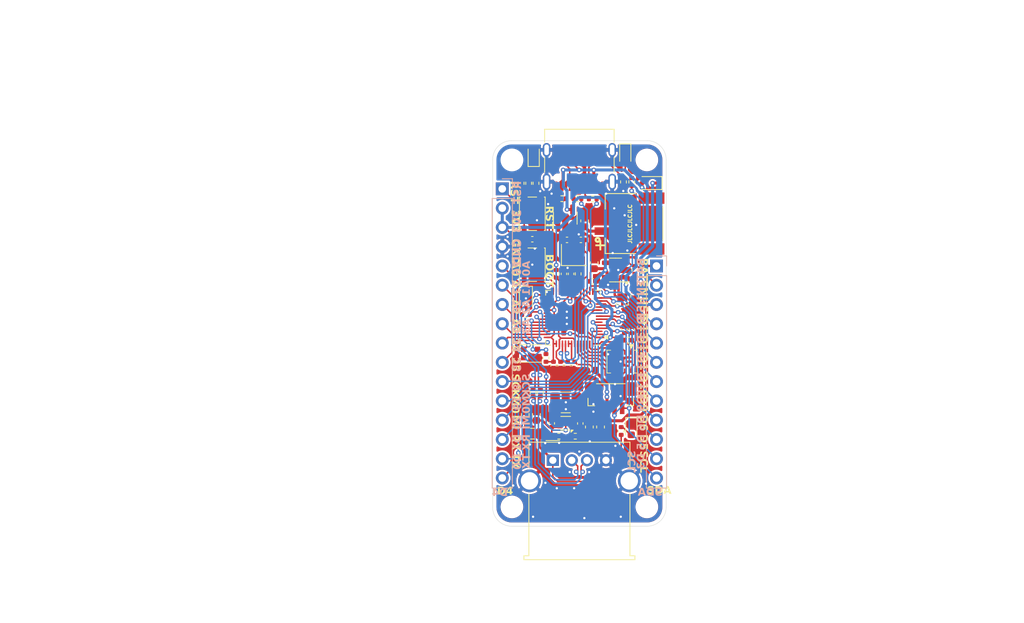
<source format=kicad_pcb>
(kicad_pcb (version 20240108) (generator "pcbnew") (generator_version "8.0")
  (layers (0 "F.Cu" signal) (31 "B.Cu" signal) (34 "B.Paste" user) (35 "F.Paste" user) (36 "B.SilkS" user "B.Silkscreen") (37 "F.SilkS" user "F.Silkscreen") (38 "B.Mask" user) (39 "F.Mask" user) (44 "Edge.Cuts" user))
  (net 0 "")
  (net 1 "GND")
  (net 2 "Net-(U1-XIN)")
  (net 3 "Net-(C2-Pad2)")
  (net 4 "+3V3")
  (net 5 "VBAT")
  (net 6 "+1V2")
  (net 7 "VBUS")
  (net 8 "Net-(D2-K)")
  (net 9 "Net-(D3-A)")
  (net 10 "Net-(D3-K)")
  (net 11 "Net-(D4-A)")
  (net 13 "Net-(J1-D--PadA7)")
  (net 15 "Net-(J1-D+-PadA6)")
  (net 16 "Net-(J1-CC1)")
  (net 18 "Net-(J1-CC2)")
  (net 19 "/EN")
  (net 20 "/~{RST}")
  (net 21 "Net-(U1-XOUT)")
  (net 22 "/QSPI_SS")
  (net 23 "/USB_DN")
  (net 24 "/USB_DP")
  (net 25 "Net-(U4-PROG)")
  (net 26 "/GPIO13")
  (net 27 "/GPIO29_ADC3")
  (net 28 "/GPIO28_ADC2")
  (net 29 "/QSPI_SD1")
  (net 30 "/GPIO0")
  (net 31 "/GPIO1")
  (net 32 "/QSPI_SCLK")
  (net 33 "/GPIO18")
  (net 34 "/GPIO25")
  (net 35 "/SWCLK")
  (net 36 "/GPIO20")
  (net 37 "/GPIO23")
  (net 38 "/GPIO2")
  (net 39 "/GPIO6")
  (net 40 "/GPIO4")
  (net 41 "/GPIO12")
  (net 42 "/GPIO10")
  (net 43 "/QSPI_SD2")
  (net 44 "/GPIO11")
  (net 45 "/GPIO19")
  (net 46 "/GPIO14")
  (net 47 "/GPIO27_ADC1")
  (net 48 "/QSPI_SD3")
  (net 49 "/QSPI_SD0")
  (net 50 "/GPIO9")
  (net 51 "/GPIO15")
  (net 52 "/GPIO21")
  (net 53 "/SWD")
  (net 54 "/GPIO3")
  (net 55 "/GPIO26_ADC0")
  (net 56 "/GPIO22")
  (net 57 "/GPIO8")
  (net 58 "/GPIO7")
  (net 59 "/GPIO5")
  (net 60 "/GPIO24")
  (net 66 "VHI")
  (net 67 "+5V")
  (net 68 "Net-(D6-A)")
  (net 69 "Net-(J3-VBUS)")
  (net 70 "Net-(U5-SW)")
  (net 71 "Net-(U5-FB)")
  (net 72 "Net-(U4-STAT)")
  (net 73 "/USB-Host/DN")
  (net 74 "/USB-Host/DP")
  (net 75 "/USBH_DP")
  (net 76 "/USBH_DN")
  (footprint "Resistor_SMD:R_0402_1005Metric" (layer "F.Cu") (at 141.9098 114.046 -90)
    (property "Reference" "R17" (hide yes))
    (property "Value" "10K")
  )
  (footprint "Capacitor_SMD:C_0603_1608Metric" (layer "F.Cu") (at 129.27 111.8864 90)
    (property "Reference" "C22" (hide yes))
    (property "Value" "22uF")
  )
  (footprint "Fuse:Fuse_0805_2012Metric" (layer "F.Cu") (at 130.2258 114.4016)
    (property "Reference" "F1" (hide yes))
    (property "Value" "Fuse")
  )
  (footprint "Package_DFN_QFN:QFN-56-1EP_7x7mm_P0.4mm_EP3.2x3.2mm" (layer "F.Cu") (at 135.5724 99.1193 180)
    (property "Reference" "U1" (hide yes))
    (property "Value" "RP2040")
  )
  (footprint "MountingHole:MountingHole_2.5mm" (layer "F.Cu") (at 145.29522 124.0536)
    (property "Reference" "H4" (hide yes))
    (property "Value" "MountingHole")
  )
  (footprint "Button_Switch_SMD:SW_SPST_PTS810" (layer "F.Cu") (at 130.2004 85.428 -90)
    (property "Reference" "SW2" (hide yes))
    (property "Value" "SW_Push")
  )
  (footprint "Capacitor_SMD:C_0402_1005Metric" (layer "F.Cu") (at 132.9944 105.41 -90)
    (property "Reference" "C15" (hide yes))
    (property "Value" "100nF")
  )
  (footprint "LED_SMD:LED_WS2812B-2020_PLCC4_2.0x2.0mm" (layer "F.Cu") (at 129.9718 103.8352)
    (property "Reference" "D5" (hide yes))
    (property "Value" "WS2812B")
  )
  (footprint "Resistor_SMD:R_0402_1005Metric" (layer "F.Cu") (at 143.30218 81.2292 90)
    (property "Reference" "R13" (hide yes))
    (property "Value" "10K")
  )
  (footprint "Resistor_SMD:R_0402_1005Metric" (layer "F.Cu") (at 143.7132 92.837 90)
    (property "Reference" "R9" (hide yes))
    (property "Value" "10K")
  )
  (footprint "Capacitor_SMD:C_0402_1005Metric" (layer "F.Cu") (at 132.7658 113.0459 90)
    (property "Reference" "C23" (hide yes))
    (property "Value" "100nF")
  )
  (footprint "MountingHole:MountingHole_2.5mm" (layer "F.Cu") (at 127.51522 78.3336)
    (property "Reference" "H2" (hide yes))
    (property "Value" "MountingHole")
  )
  (footprint "Capacitor_SMD:C_0402_1005Metric" (layer "F.Cu") (at 136.525 113.058 -90)
    (property "Reference" "C18" (hide yes))
    (property "Value" "100nF")
  )
  (footprint "Capacitor_SMD:C_0402_1005Metric" (layer "F.Cu") (at 133.9248 105.41 -90)
    (property "Reference" "C7" (hide yes))
    (property "Value" "100nF")
  )
  (footprint "Capacitor_SMD:C_0603_1608Metric" (layer "F.Cu") (at 137.7442 106.0704 180)
    (property "Reference" "C17" (hide yes))
    (property "Value" "1uF")
  )
  (footprint "Connector_USB:USB_C_Receptacle_G-Switch_GT-USB-7010ASV" (layer "F.Cu") (at 136.40522 78.0796 180)
    (property "Reference" "J1" (hide yes))
    (property "Value" "USB_C_Receptacle_USB2.0")
  )
  (footprint "Package_TO_SOT_SMD:SOT-23-5" (layer "F.Cu") (at 141.1732 92.837 180)
    (property "Reference" "U3" (hide yes))
    (property "Value" "AP2112K-3.3")
  )
  (footprint "Button_Switch_SMD:SW_SPST_PTS810" (layer "F.Cu") (at 130.2004 92.1336 -90)
    (property "Reference" "SW1" (hide yes))
    (property "Value" "SW_Push")
  )
  (footprint "S2B-PH-SM4-TB_LF__SN_:JST_S2B-PH-SM4-TB_LF__SN_" (layer "F.Cu") (at 140.15922 86.7156 90)
    (property "Reference" "J6" (hide yes))
    (property "Value" "BAT")
  )
  (footprint "Crystal:Crystal_SMD_2520-4Pin_2.5x2.0mm" (layer "F.Cu") (at 135.6868 90.8558)
    (property "Reference" "Y1" (hide yes))
    (property "Value" "24MHz")
  )
  (footprint "Package_TO_SOT_SMD:SOT-23-5" (layer "F.Cu") (at 134.5438 86.0044 90)
    (property "Reference" "U4" (hide yes))
    (property "Value" "MCP73831")
  )
  (footprint "Capacitor_SMD:C_0603_1608Metric" (layer "F.Cu") (at 130.7432 111.8864 90)
    (property "Reference" "C21" (hide yes))
    (property "Value" "22uF")
  )
  (footprint "Capacitor_SMD:C_0603_1608Metric" (layer "F.Cu") (at 137.7188 113.523 -90)
    (property "Reference" "C20" (hide yes))
    (property "Value" "22uF")
  )
  (footprint "MountingHole:MountingHole_2.5mm" (layer "F.Cu") (at 145.29522 78.3336)
    (property "Reference" "H1" (hide yes))
    (property "Value" "MountingHole")
  )
  (footprint "LED_SMD:LED_0603_1608Metric" (layer "F.Cu") (at 142.45042 77.7094 -90)
    (property "Reference" "D4" (hide yes))
    (property "Value" "LED")
  )
  (footprint "Resistor_SMD:R_0402_1005Metric" (layer "F.Cu") (at 138.16522 83.4644)
    (property "Reference" "R6" (hide yes))
    (property "Value" "220")
  )
  (footprint "Resistor_SMD:R_0402_1005Metric" (layer "F.Cu") (at 142.2146 81.2292 -90)
    (property "Reference" "R4" (hide yes))
    (property "Value" "5K1")
  )
  (footprint "Diode_SMD:D_SOD-323" (layer "F.Cu") (at 145.6973 81.3787 180)
    (property "Reference" "D1" (hide yes))
    (property "Value" "MBR0540")
  )
  (footprint "Resistor_SMD:R_0402_1005Metric" (layer "F.Cu") (at 134.1038 83.439 180)
    (property "Reference" "R10" (hide yes))
    (property "Value" "5K1")
  )
  (footprint "Package_TO_SOT_SMD:SOT-563" (layer "F.Cu") (at 134.6026 113.0259 180)
    (property "Reference" "U5" (hide yes))
    (property "Value" "TPS61023DRLR")
  )
  (footprint "LED_SMD:LED_0603_1608Metric" (layer "F.Cu") (at 130.38542 77.7094 90)
    (property "Reference" "D2" (hide yes))
    (property "Value" "LED")
  )
  (footprint "Resistor_SMD:R_0402_1005Metric" (layer "F.Cu") (at 136.2456 93.345 -90)
    (property "Reference" "R2" (hide yes))
    (property "Value" "1K")
  )
  (footprint "Resistor_SMD:R_0402_1005Metric" (layer "F.Cu") (at 129.3622 98.7044 180)
    (property "Reference" "R12" (hide yes))
    (property "Value" "10K")
  )
  (footprint "SPI-Flash:USON-8-3x4" (layer "F.Cu") (at 142.0368 104.9082 -90)
    (property "Reference" "U2" (hide yes))
    (property "Value" "W25Q128JVS")
  )
  (footprint "Capacitor_SMD:C_0603_1608Metric" (layer "F.Cu") (at 137.0968 86.3669 90)
    (property "Reference" "C5" (hide yes))
    (property "Value" "10u")
  )
  (footprint "Resistor_SMD:R_0402_1005Metric" (layer "F.Cu") (at 133.7056 114.7344)
    (property "Reference" "R18" (hide yes))
    (property "Value" "732K")
  )
  (footprint "LED_SMD:LED_0603_1608Metric" (layer "F.Cu") (at 143.238 113.7685 -90)
    (property "Reference" "D6" (hide yes))
    (property "Value" "LED")
  )
  (footprint "DMG3415UFY4Q-7:TRANS_DMG3415UFY4Q-7" (layer "F.Cu") (at 142.0622 96.4184 -90)
    (property "Reference" "Q1" (hide yes))
    (property "Value" "BSS83P")
  )
  (footprint "Resistor_SMD:R_0402_1005Metric" (layer "F.Cu") (at 135.8626 114.7344)
    (property "Reference" "R19" (hide yes))
    (property "Value" "100K")
  )
  (footprint "Capacitor_SMD:C_0402_1005Metric" (layer "F.Cu") (at 143.3322 100.6602 90)
    (property "Reference" "C12" (hide yes))
    (property "Value" "100nF")
  )
  (footprint "Capacitor_SMD:C_0402_1005Metric" (layer "F.Cu") (at 138.1506 94.3356)
    (property "Reference" "C13" (hide yes))
    (property "Value" "100nF")
  )
  (footprint "Resistor_SMD:R_0402_1005Metric" (layer "F.Cu") (at 132.0038 104.4194 90)
    (property "Reference" "R14" (hide yes))
    (property "Value" "10K")
  )
  (footprint "Capacitor_SMD:C_0402_1005Metric" (layer "F.Cu") (at 134.7724 88.8705 180)
    (property "Reference" "C2" (hide yes))
    (property "Value" "22p")
  )
  (footprint "Resistor_SMD:R_0402_1005Metric" (layer "F.Cu") (at 133.35 93.345 -90)
    (property "Reference" "R1" (hide yes))
    (property "Value" "10K")
  )
  (footprint "Resistor_SMD:R_0402_1005Metric" (layer "F.Cu") (at 130.683 81.407 -90)
    (property "Reference" "R5" (hide yes))
    (property "Value" "5K1")
  )
  (footprint "Resistor_SMD:R_0402_1005Metric" (layer "F.Cu") (at 131.2672 108.966 90)
    (property "Reference" "R16" (hide yes))
    (property "Value" "220")
  )
  (footprint "Diode_SMD:D_SOD-323" (layer "F.Cu") (at 129.3622 96.5962 -90)
    (property "Reference" "D3" (hide yes))
    (property "Value" "NSR0320")
  )
  (footprint "Resistor_SMD:R_0402_1005Metric" (layer "F.Cu") (at 130.302 108.966 90)
    (property "Reference" "R15" (hide yes))
    (property "Value" "220")
  )
  (footprint "Inductor_SMD:L_1210_3225Metric" (layer "F.Cu") (at 134.6026 110.2868 180)
    (property "Reference" "L1" (hide yes))
    (property "Value" "1uH")
  )
  (footprint "Resistor_SMD:R_0402_1005Metric" (layer "F.Cu") (at 136.14522 83.439)
    (property "Reference" "R7" (hide yes))
    (property "Value" "220")
  )
  (footprint "Capacitor_SMD:C_0402_1005Metric" (layer "F.Cu") (at 136.6012 88.8705)
    (property "Reference" "C1" (hide yes))
    (property "Value" "22p")
  )
  (footprint "Capacitor_SMD:C_0603_1608Metric" (layer "F.Cu") (at 139.192 113.523 -90)
    (property "Reference" "C19" (hide yes))
    (property "Value" "10uF")
  )
  (footprint "Capacitor_SMD:C_0603_1608Metric" (layer "F.Cu") (at 138.3538 91.887 90)
    (property "Reference" "C4" (hide yes))
    (property "Value" "10u")
  )
  (footprint "Resistor_SMD:R_0402_1005Metric" (layer "F.Cu") (at 142.8222 102.0826 180)
    (property "Reference" "R3" (hide yes))
    (property "Value" "10K")
  )
  (footprint "Resistor_SMD:R_0402_1005Metric" (layer "F.Cu") (at 128.7272 81.407 90)
    (property "Reference" "R11" (hide yes))
    (property "Value" "10K")
  )
  (footprint "Capacitor_SMD:C_0402_1005Metric" (layer "F.Cu") (at 135.7884 105.41 -90)
    (property "Reference" "C10" (hide yes))
    (property "Value" "100nF")
  )
  (footprint "Capacitor_SMD:C_0402_1005Metric" (layer "F.Cu") (at 142.3292 100.6602 90)
    (property "Reference" "C16" (hide yes))
    (property "Value" "100nF")
  )
  (footprint "Resistor_SMD:R_0402_1005Metric" (layer "F.Cu") (at 129.7178 81.407 -90)
    (property "Reference" "R8" (hide yes))
    (property "Value" "10K")
  )
  (footprint "Capacitor_SMD:C_0603_1608Metric" (layer "F.Cu") (at 143.6878 96.266 -90)
    (property "Reference" "C3" (hide yes))
    (property "Value" "10u")
  )
  (footprint "Capacitor_SMD:C_0402_1005Metric" (layer "F.Cu") (at 134.8486 105.41 -90)
    (property "Reference" "C9" (hide yes))
    (property "Value" "1uF")
  )
  (footprint "Connector_USB:USB_A_Molex_67643_Horizontal" (layer "F.Cu") (at 132.90522 117.9068)
    (property "Reference" "J3" (hide yes))
    (property "Value" "USB_A")
  )
  (footprint "BM04B-SRSS-TB_LF__SN_:JST_BM04B-SRSS-TB_LF__SN_" (layer "F.Cu") (at 140.5382 108.5203)
    (property "Reference" "J2" (hide yes))
    (property "Value" "I2C")
  )
  (footprint "Capacitor_SMD:C_0402_1005Metric" (layer "F.Cu") (at 134.366 93.345 90)
    (property "Reference" "C8" (hide yes))
    (property "Value" "100nF")
  )
  (footprint "Capacitor_SMD:C_0402_1005Metric" (layer "F.Cu") (at 130.2004 88.7808)
    (property "Reference" "C11" (hide yes))
    (property "Value" "100nF")
  )
  (footprint "MountingHole:MountingHole_2.5mm" (layer "F.Cu") (at 127.51522 124.0536)
    (property "Reference" "H3" (hide yes))
    (property "Value" "MountingHole")
  )
  (footprint "Capacitor_SMD:C_0402_1005Metric" (layer "F.Cu") (at 135.3058 93.345 90)
    (property "Reference" "C14" (hide yes))
    (property "Value" "100nF")
  )
  (footprint "Connector_PinHeader_2.54mm:PinHeader_1x16_P2.54mm_Vertical" (layer "B.Cu") (at 126.24522 82.1436 180)
    (property "Reference" "J4" (hide yes))
    (property "Value" "Conn")
  )
  (footprint "Connector_PinHeader_2.54mm:PinHeader_1x12_P2.54mm_Vertical" (layer "B.Cu") (at 146.56522 92.3036 180)
    (property "Reference" "J5" (hide yes))
    (property "Value" "Conn")
  )
  (gr_poly (pts (xy 140.165685 101.9683) (xy 140.165685 101.4603) (xy 139.683085 101.7143)) (stroke (width 0.1)) (fill solid) (layer "F.SilkS"))
  (gr_arc (start 145.33522 75.7936) (mid 147.102987 76.525833) (end 147.83522 78.2936) (stroke (width 0.05)) (layer "Edge.Cuts"))
  (gr_line (start 127.47522 126.5936) (end 145.33522 126.5936) (stroke (width 0.05)) (layer "Edge.Cuts"))
  (gr_line (start 127.47522 75.7936) (end 145.33522 75.7936) (stroke (width 0.05)) (layer "Edge.Cuts"))
  (gr_line (start 147.83522 78.2936) (end 147.83522 124.0936) (stroke (width 0.05)) (layer "Edge.Cuts"))
  (gr_arc (start 124.97522 78.2936) (mid 125.707453 76.525833) (end 127.47522 75.7936) (stroke (width 0.05)) (layer "Edge.Cuts"))
  (gr_line (start 124.97522 78.2936) (end 124.97522 124.0936) (stroke (width 0.05)) (layer "Edge.Cuts"))
  (gr_arc (start 127.47522 126.5936) (mid 125.707453 125.861367) (end 124.97522 124.0936) (stroke (width 0.05)) (layer "Edge.Cuts"))
  (gr_arc (start 147.83522 124.0936) (mid 147.102987 125.861367) (end 145.33522 126.5936) (stroke (width 0.05)) (layer "Edge.Cuts"))
  (gr_text "D11" (at 145.14022 103.9368 -270) (layer "B.SilkS") (effects (font (size 1 1) (thickness 0.25) (bold yes)) (justify left bottom mirror)))
  (gr_text "D1" (at 128.88422 114.471956 -270) (layer "B.SilkS") (effects (font (size 1 1) (thickness 0.25) (bold yes)) (justify left bottom mirror)))
  (gr_text "SDA" (at 147.3454 122.7328 0) (layer "B.SilkS") (effects (font (size 1 1) (thickness 0.25) (bold yes)) (justify left bottom mirror)))
  (gr_text "TX" (at 130.049242 117.011956 90) (layer "B.SilkS") (effects (font (size 1 1) (thickness 0.25) (bold yes)) (justify left bottom mirror)))
  (gr_text "SCL" (at 143.94739 116.6368 -270) (layer "B.SilkS") (effects (font (size 1 1) (thickness 0.25) (bold yes)) (justify left bottom mirror)))
  (gr_text "GND" (at 128.88422 88.7222 90) (layer "B.SilkS") (effects (font (size 1 1) (thickness 0.25) (bold yes)) (justify left bottom mirror)))
  (gr_text "25" (at 128.88422 104.311956 90) (layer "B.SilkS") (effects (font (size 1 1) (thickness 0.25) (bold yes)) (justify left bottom mirror)))
  (gr_text "RST" (at 128.88422 81.1022 90) (layer "B.SilkS") (effects (font (size 1 1) (thickness 0.25) (bold yes)) (justify left bottom mirror)))
  (gr_text "EN" (at 145.14022 94.126556 -270) (layer "B.SilkS") (effects (font (size 1 1) (thickness 0.25) (bold yes)) (justify left bottom mirror)))
  (gr_text "BAT" (at 145.14022 91.2368 -270) (layer "B.SilkS") (effects (font (size 1 1) (thickness 0.25) (bold yes)) (justify left bottom mirror)))
  (gr_text "A1" (at 130.049242 94.151956 90) (layer "B.SilkS") (effects (font (size 1 1) (thickness 0.25) (bold yes)) (justify left bottom mirror)))
  (gr_text "A3" (at 130.049242 99.231956 90) (layer "B.SilkS") (effects (font (size 1 1) (thickness 0.25) (bold yes)) (justify left bottom mirror)))
  (gr_text "24" (at 128.88422 101.771956 90) (layer "B.SilkS") (effects (font (size 1 1) (thickness 0.25) (bold yes)) (justify left bottom mirror)))
  (gr_text "A2" (at 130.049242 96.691956 90) (layer "B.SilkS") (effects (font (size 1 1) (thickness 0.25) (bold yes)) (justify left bottom mirror)))
  (gr_text "20" (at 128.88422 111.931956 -270) (layer "B.SilkS") (effects (font (size 1 1) (thickness 0.25) (bold yes)) (justify left bottom mirror)))
  (gr_text "D9" (at 145.14022 109.366556 -270) (layer "B.SilkS") (effects (font (size 1 1) (thickness 0.25) (bold yes)) (justify left bottom mirror)))
  (gr_text "D10" (at 145.14022 106.4768 -270) (layer "B.SilkS") (effects (font (size 1 1) (thickness 0.25) (bold yes)) (justify left bottom mirror)))
  (gr_text "26" (at 128.88422 91.611956 90) (layer "B.SilkS") (effects (font (size 1 1) (thickness 0.25) (bold yes)) (justify left bottom mirror)))
  (gr_text "A0" (at 130.049242 91.611956 90) (layer "B.SilkS") (effects (font (size 1 1) (thickness 0.25) (bold yes)) (justify left bottom mirror)))
  (gr_text "29" (at 128.88422 99.231956 -270) (layer "B.SilkS") (effects (font (size 1 1) (thickness 0.25) (bold yes)) (justify left bottom mirror)))
  (gr_text "D4" (at 126.9746 122.7836 0) (layer "B.SilkS") (effects (font (size 1 1) (thickness 0.25) (bold yes)) (justify left bottom mirror)))
  (gr_text "M0" (at 130.049242 109.391956 90) (layer "B.SilkS") (effects (font (size 1 1) (thickness 0.25) (bold yes)) (justify left bottom mirror)))
  (gr_text "MI" (at 130.049242 111.931956 90) (layer "B.SilkS") (effects (font (size 1 1) (thickness 0.25) (bold yes)) (justify left bottom mirror)))
  (gr_text "D5" (at 145.14022 114.446556 -270) (layer "B.SilkS") (effects (font (size 1 1) (thickness 0.25) (bold yes)) (justify left bottom mirror)))
  (gr_text "3V3" (at 128.88422 84.9122 90) (layer "B.SilkS") (effects (font (size 1 1) (thickness 0.25) (bold yes)) (justify left bottom mirror)))
  (gr_text "RX" (at 130.049242 114.471956 90) (layer "B.SilkS") (effects (font (size 1 1) (thickness 0.25) (bold yes)) (justify left bottom mirror)))
  (gr_text "SCK" (at 130.049242 106.5022 90) (layer "B.SilkS") (effects (font (size 1 1) (thickness 0.25) (bold yes)) (justify left bottom mirror)))
  (gr_text "27" (at 128.88422 94.151956 -270) (layer "B.SilkS") (effects (font (size 1 1) (thickness 0.25) (bold yes)) (justify left bottom mirror)))
  (gr_text "D13" (at 145.14022 98.8568 -270) (layer "B.SilkS") (effects (font (size 1 1) (thickness 0.25) (bold yes)) (justify left bottom mirror)))
  (gr_text "D0" (at 128.88422 117.011956 -270) (layer "B.SilkS") (effects (font (size 1 1) (thickness 0.25) (bold yes)) (justify left bottom mirror)))
  (gr_text "19" (at 128.88422 109.391956 -270) (layer "B.SilkS") (effects (font (size 1 1) (thickness 0.25) (bold yes)) (justify left bottom mirror)))
  (gr_text "18" (at 128.88422 106.851956 -270) (layer "B.SilkS") (effects (font (size 1 1) (thickness 0.25) (bold yes)) (justify left bottom mirror)))
  (gr_text "28" (at 128.88422 96.691956 -270) (layer "B.SilkS") (effects (font (size 1 1) (thickness 0.25) (bold yes)) (justify left bottom mirror)))
  (gr_text "D3" (at 145.14022 116.986556 -270) (layer "B.SilkS") (effects (font (size 1 1) (thickness 0.25) (bold yes)) (justify left bottom mirror)))
  (gr_text "USB" (at 145.14022 96.3168 -270) (layer "B.SilkS") (effects (font (size 1 1) (thickness 0.25) (bold yes)) (justify left bottom mirror)))
  (gr_text "D12" (at 145.14022 101.3968 -270) (layer "B.SilkS") (effects (font (size 1 1) (thickness 0.25) (bold yes)) (justify left bottom mirror)))
  (gr_text "D6" (at 145.14022 111.906556 -270) (layer "B.SilkS") (effects (font (size 1 1) (thickness 0.25) (bold yes)) (justify left bottom mirror)))
  (gr_text "3V3" (at 127.330472 84.904333 -90) (layer "F.SilkS") (effects (font (size 1 1) (thickness 0.25) (bold yes)) (justify left bottom)))
  (gr_text "EN" (at 144.25122 94.144089 270) (layer "F.SilkS") (effects (font (size 1 1) (thickness 0.25) (bold yes)) (justify left bottom)))
  (gr_text "D5" (at 144.25122 114.464089 270) (layer "F.SilkS") (effects (font (size 1 1) (thickness 0.25) (bold yes)) (justify left bottom)))
  (gr_text "A3" (at 127.330472 99.224089 -90) (layer "F.SilkS") (effects (font (size 1 1) (thickness 0.25) (bold yes)) (justify left bottom)))
  (gr_text "24" (at 127.330472 101.764089 -90) (layer "F.SilkS") (effects (font (size 1 1) (thickness 0.25) (bold yes)) (justify left bottom)))
  (gr_text "25" (at 127.330472 104.304089 -90) (layer "F.SilkS") (effects (font (size 1 1) (thickness 0.25) (bold yes)) (justify left bottom)))
  (gr_text "A2" (at 127.330472 96.684089 -90) (layer "F.SilkS") (effects (font (size 1 1) (thickness 0.25) (bold yes)) (justify left bottom)))
  (gr_text "USB" (at 144.25122 96.334333 270) (layer "F.SilkS") (effects (font (size 1 1) (thickness 0.25) (bold yes)) (justify left bottom)))
  (gr_text "SCK" (at 127.330472 106.494333 -90) (layer "F.SilkS") (effects (font (size 1 1) (thickness 0.25) (bold yes)) (justify left bottom)))
  (gr_text "+" (at 138.28222 90.5002 0) (layer "F.SilkS") (effects (font (size 1.5 1.5) (thickness 0.25) (bold yes)) (justify left bottom)))
  (gr_text "RST" (at 131.826 84.378733 270) (layer "F.SilkS") (effects (font (size 1 1) (thickness 0.25) (bold yes)) (justify left bottom)))
  (gr_text "D10" (at 144.25122 106.494333 270) (layer "F.SilkS") (effects (font (size 1 1) (thickness 0.25) (bold yes)) (justify left bottom)))
  (gr_text "MI" (at 127.330472 111.924089 270) (layer "F.SilkS") (effects (font (size 1 1) (thickness 0.25) (bold yes)) (justify left bottom)))
  (gr_text "BAT" (at 144.25122 91.254333 270) (layer "F.SilkS") (effects (font (size 1 1) (thickness 0.25) (bold yes)) (justify left bottom)))
  (gr_text "M0" (at 127.330472 109.384089 -90) (layer "F.SilkS") (effects (font (size 1 1) (thickness 0.25) (bold yes)) (justify left bottom)))
  (gr_text "TX" (at 127.330472 117.004089 -90) (layer "F.SilkS") (effects (font (size 1 1) (thickness 0.25) (bold yes)) (justify left bottom)))
  (gr_text "D6" (at 144.25122 111.924089 270) (layer "F.SilkS") (effects (font (size 1 1) (thickness 0.25) (bold yes)) (justify left bottom)))
  (gr_text "SCL" (at 144.25122 116.654333 270) (layer "F.SilkS") (effects (font (size 1 1) (thickness 0.25) (bold yes)) (justify left bottom)))
  (gr_text "GND" (at 127.330472 88.714333 -90) (layer "F.SilkS") (effects (font (size 1 1) (thickness 0.25) (bold yes)) (justify left bottom)))
  (gr_text "A0" (at 127.330472 91.604089 -90) (layer "F.SilkS") (effects (font (size 1 1) (thickness 0.25) (bold yes)) (justify left bottom)))
  (gr_text "D4" (at 125.545709 122.580926 0) (layer "F.SilkS") (effects (font (size 1 1) (thickness 0.25) (bold yes)) (justify left bottom)))
  (gr_text "D11" (at 144.25122 103.954333 270) (layer "F.SilkS") (effects (font (size 1 1) (thickness 0.25) (bold yes)) (justify left bottom)))
  (gr_text "JLCJLCJLCJLC" (at 143.372345 89.424528 90) (layer "F.SilkS") (effects (font (size 0.5 0.5) (thickness 0.125) (bold yes)) (justify left bottom)))
  (gr_text "SDA" (at 145.288 122.498882 0) (layer "F.SilkS") (effects (font (size 1 1) (thickness 0.25) (bold yes)) (justify left bottom)))
  (gr_text "BOOT" (at 131.826 90.734577 270) (layer "F.SilkS") (effects (font (size 1 1) (thickness 0.25) (bold yes)) (justify left bottom)))
  (gr_text "D13" (at 144.25122 98.874333 270) (layer "F.SilkS") (effects (font (size 1 1) (thickness 0.25) (bold yes)) (justify left bottom)))
  (gr_text "RX" (at 127.330472 114.464089 -90) (layer "F.SilkS") (effects (font (size 1 1) (thickness 0.25) (bold yes)) (justify left bottom)))
  (gr_text "D9" (at 144.25122 109.384089 270) (layer "F.SilkS") (effects (font (size 1 1) (thickness 0.25) (bold yes)) (justify left bottom)))
  (gr_text "D12" (at 144.25122 101.414333 270) (layer "F.SilkS") (effects (font (size 1 1) (thickness 0.25) (bold yes)) (justify left bottom)))
  (gr_text "A1" (at 127.330472 94.144089 -90) (layer "F.SilkS") (effects (font (size 1 1) (thickness 0.25) (bold yes)) (justify left bottom)))
  (gr_text "RST" (at 127.2032 81.094333 -90) (layer "F.SilkS") (effects (font (size 1 1) (thickness 0.25) (bold yes)) (justify left bottom)))
  (segment (start 136.5724 98.1193) (end 135.5724 99.1193) (width 0.2) (layer "F.Cu") (net 1))
  (segment (start 142.3107 92.837) (end 141.5288 92.837) (width 0.3) (layer "F.Cu") (net 1))
  (segment (start 136.3868 91.5558) (end 134.9868 90.1558) (width 0.2) (layer "F.Cu") (net 1))
  (segment (start 136.5724 95.6818) (end 136.5724 98.1193) (width 0.2) (layer "F.Cu") (net 1))
  (segment (start 136.5618 91.5558) (end 136.3868 91.5558) (width 0.2) (layer "F.Cu") (net 1))
  (segment (start 134.9868 90.1558) (end 134.8118 90.1558) (width 0.2) (layer "F.Cu") (net 1))
  (via (at 141.8336 109.4486) (size 0.6) (drill 0.3) (layers "F.Cu" "B.Cu") (net 1))
  (via (at 130.2004 92.1336) (size 0.6) (drill 0.3) (layers "F.Cu" "B.Cu") (net 1))
  (via (at 132.1054 95.7326) (size 0.6) (drill 0.3) (layers "F.Cu" "B.Cu") (net 1))
  (via (at 142.7226 90.2716) (size 0.6) (drill 0.3) (layers "F.Cu" "B.Cu") (net 1))
  (via (at 140.9954 84.709) (size 0.6) (drill 0.3) (layers "F.Cu" "B.Cu") (net 1))
  (via (at 134.747 98.3361) (size 0.6) (drill 0.3) (layers "F.Cu" "B.Cu") (net 1))
  (via (at 141.5288 92.837) (size 0.6) (drill 0.3) (layers "F.Cu" "B.Cu") (net 1))
  (via (at 134.62 111.1758) (size 0.6) (drill 0.3) (layers "F.Cu" "B.Cu") (net 1))
  (via (at 134.747 99.9363) (size 0.6) (drill 0.3) (layers "F.Cu" "B.Cu") (net 1))
  (via (at 138.2522 111.506) (size 0.6) (drill 0.3) (layers "F.Cu" "B.Cu") (net 1))
  (via (at 131.2418 82.4484) (size 0.6) (drill 0.3) (layers "F.Cu" "B.Cu") (net 1))
  (via (at 144.5006 96.4438) (size 0.6) (drill 0.3) (layers "F.Cu" "B.Cu") (net 1))
  (via (at 126.9492 91.0336) (size 0.6) (drill 0.3) (layers "F.Cu" "B.Cu") (net 1))
  (via (at 130.302 125.349) (size 0.6) (drill 0.3) (layers "F.Cu" "B.Cu") (net 1))
  (via (at 126.9492 88.4682) (size 0.6) (drill 0.3) (layers "F.Cu" "B.Cu") (net 1))
  (via (at 141.1478 116.0018) (size 0.6) (drill 0.3) (layers "F.Cu" "B.Cu") (net 1))
  (via (at 131.9022 115.6462) (size 0.6) (drill 0.3) (layers "F.Cu" "B.Cu") (net 1))
  (via (at 140.1826 94.7928) (size 0.6) (drill 0.3) (layers "F.Cu" "B.Cu") (net 1))
  (via (at 136.398 116.7638) (size 0.6) (drill 0.3) (layers "F.Cu" "B.Cu") (net 1))
  (via (at 137.0584 125.5268) (size 0.6) (drill 0.3) (layers "F.Cu" "B.Cu") (net 1))
  (via (at 127.6858 121.2342) (size 0.6) (drill 0.3) (layers "F.Cu" "B.Cu") (net 1))
  (via (at 142.367 85.6234) (size 0.6) (drill 0.3) (layers "F.Cu" "B.Cu") (net 1))
  (via (at 136.3218 88.138) (size 0.6) (drill 0.3) (layers "F.Cu" "B.Cu") (net 1))
  (via (at 130.5306 90.0176) (size 0.6) (drill 0.3) (layers "F.Cu" "B.Cu") (net 1))
  (via (at 140.1826 103.9368) (size 0.6) (drill 0.3) (layers "F.Cu" "B.Cu") (net 1))
  (via (at 132.2832 84.1502) (size 0.6) (drill 0.3) (layers "F.Cu" "B.Cu") (net 1))
  (via (at 133.731 115.6208) (size 0.6) (drill 0.3) (layers "F.Cu" "B.Cu") (net 1))
  (via (at 138.2522 110.5154) (size 0.6) (drill 0.3) (layers "F.Cu" "B.Cu") (net 1))
  (via (at 141.097 107.8738) (size 0.6) (drill 0.3) (layers "F.Cu" "B.Cu") (net 1))
  (via (at 139.9286 82.7786) (size 0.6) (drill 0.3) (layers "F.Cu" "B.Cu") (net 1))
  (via (at 143.891 86.8934) (size 0.6) (drill 0.3) (layers "F.Cu" "B.Cu") (net 1))
  (via (at 131.9276 120.8786) (size 0.6) (drill 0.3) (layers "F.Cu" "B.Cu") (net 1))
  (via (at 142.1892 82.423) (size 0.6) (drill 0.3) (layers "F.Cu" "B.Cu") (net 1))
  (via (at 140.7922 90.6018) (size 0.6) (drill 0.3) (layers "F.Cu" "B.Cu") (net 1))
  (via (at 130.81 86.2838) (size 0.6) (drill 0.3) (layers "F.Cu" "B.Cu") (net 1))
  (via (at 135.128 119.4562) (size 0.6) (drill 0.3) (layers "F.Cu" "B.Cu") (net 1))
  (via (at 137.6934 119.4562) (size 0.6) (drill 0.3) (layers "F.Cu" "B.Cu") (net 1))
  (via (at 141.859 125.349) (size 0.6) (drill 0.3) (layers "F.Cu" "B.Cu") (net 1))
  (via (at 134.62 110.2614) (size 0.6) (drill 0.3) (layers "F.Cu" "B.Cu") (net 1))
  (via (at 135.7122 121.5898) (size 0.6) (drill 0.3) (layers "F.Cu" "B.Cu") (net 1))
  (via (at 129.8956 115.824) (size 0.6) (drill 0.3) (layers "F.Cu" "B.Cu") (net 1))
  (via (at 133.4262 121.5898) (size 0.6) (drill 0.3) (layers "F.Cu" "B.Cu") (net 1))
  (via (at 141.8336 104.902) (size 0.6) (drill 0.3) (layers "F.Cu" "B.Cu") (net 1))
  (via (at 129.3622 96.5708) (size 0.6) (drill 0.3) (layers "F.Cu" "B.Cu") (net 1))
  (via (at 132.7404 82.7786) (size 0.6) (drill 0.3) (layers "F.Cu" "B.Cu") (net 1))
  (via (at 137.7696 115.4176) (size 0.6) (drill 0.3) (layers "F.Cu" "B.Cu") (net 1))
  (via (at 134.8486 92.5576) (size 0.6) (drill 0.3) (layers "F.Cu" "B.Cu") (net 1))
  (via (at 145.1864 120.9802) (size 0.6) (drill 0.3) (layers "F.Cu" "B.Cu") (net 1))
  (via (at 134.747 99.1362) (size 0.6) (drill 0.3) (layers "F.Cu" "B.Cu") (net 1))
  (segment (start 136.1724 94.867124) (end 137.4368 93.602724) (width 0.2) (layer "F.Cu") (net 2))
  (segment (start 137.4368 90.6754) (end 136.9172 90.1558) (width 0.2) (layer "F.Cu") (net 2))
  (segment (start 136.1724 95.6818) (end 136.1724 94.867124) (width 0.2) (layer "F.Cu") (net 2))
  (segment (start 137.0812 88.8705) (end 137.0812 89.6364) (width 0.2) (layer "F.Cu") (net 2))
  (segment (start 137.0812 89.6364) (end 136.5618 90.1558) (width 0.2) (layer "F.Cu") (net 2))
  (segment (start 137.4368 93.602724) (end 137.4368 90.6754) (width 0.2) (layer "F.Cu") (net 2))
  (segment (start 136.9172 90.1558) (end 136.5618 90.1558) (width 0.2) (layer "F.Cu") (net 2))
  (segment (start 134.5368 91.5558) (end 134.8118 91.5558) (width 0.2) (layer "F.Cu") (net 3))
  (segment (start 134.9664 91.5558) (end 136.2456 92.835) (width 0.2) (layer "F.Cu") (net 3))
  (segment (start 134.2924 88.8705) (end 133.8326 89.3303) (width 0.2) (layer "F.Cu") (net 3))
  (segment (start 133.8326 90.8516) (end 134.5368 91.5558) (width 0.2) (layer "F.Cu") (net 3))
  (segment (start 133.8326 89.3303) (end 133.8326 90.8516) (width 0.2) (layer "F.Cu") (net 3))
  (segment (start 134.8118 91.5558) (end 134.9664 91.5558) (width 0.2) (layer "F.Cu") (net 3))
  (segment (start 141.7422 101.7193) (end 141.7422 101.713676) (width 0.2) (layer "F.Cu") (net 4))
  (segment (start 140.0382 107.7294) (end 138.5192 106.2104) (width 0.4) (layer "F.Cu") (net 4))
  (segment (start 133.077 101.31106) (end 133.077 98.1266) (width 0.2) (layer "F.Cu") (net 4))
  (segment (start 132.9724 102.5568) (end 133.3724 102.5568) (width 0.2) (layer "F.Cu") (net 4))
  (segment (start 132.9724 102.5568) (end 132.9724 104.908) (width 0.2) (layer "F.Cu") (net 4))
  (segment (start 142.0068 101.4626) (end 142.3292 101.1402) (width 0.2) (layer "F.Cu") (net 4))
  (segment (start 137.7442 101.21489) (end 137.4902 100.96089) (width 0.2) (layer "F.Cu") (net 4))
  (segment (start 126.553129 87.2236) (end 126.24522 87.2236) (width 0.2) (layer "F.Cu") (net 4))
  (segment (start 139.827 92.8878) (end 139.827 92.8624) (width 0.4) (layer "F.Cu") (net 4))
  (segment (start 140.0382 111.0453) (end 140.0382 108.8898) (width 0.4) (layer "F.Cu") (net 4))
  (segment (start 138.5192 106.2104) (end 138.5192 106.0704) (width 0.4) (layer "F.Cu") (net 4))
  (segment (start 141.993276 101.4626) (end 142.0068 101.4626) (width 0.2) (layer "F.Cu") (net 4))
  (segment (start 140.0357 93.787) (end 140.0357 93.0965) (width 0.4) (layer "F.Cu") (net 4))
  (segment (start 137.8368 94.1694) (end 137.8368 93.179) (width 0.2) (layer "F.Cu") (net 4))
  (segment (start 135.3724 93.8916) (end 135.3058 93.825) (width 0.2) (layer "F.Cu") (net 4))
  (segment (start 132.9938 104.9294) (end 132.9944 104.93) (width 0.2) (layer "F.Cu") (net 4))
  (segment (start 143.3322 101.1402) (end 143.3322 102.0826) (width 0.2) (layer "F.Cu") (net 4))
  (segment (start 140.0382 108.8898) (end 140.0382 107.7294) (width 0.4) (layer "F.Cu") (net 4))
  (segment (start 140.456854 101.7193) (end 140.467137 101.709017) (width 0.2) (layer "F.Cu") (net 4))
  (segment (start 138.3547 98.1193) (end 139.0099 98.1193) (width 0.2) (layer "F.Cu") (net 4))
  (segment (start 138.434446 101.7193) (end 138.134446 101.4193) (width 0.2) (layer "F.Cu") (net 4))
  (segment (start 143.6868 105.2078) (end 143.2368 105.6578) (width 0.2) (layer "F.Cu") (net 4))
  (segment (start 135.3724 102.5568) (end 135.3724 104.514) (width 0.2) (layer "F.Cu") (net 4))
  (segment (start 133.0706 97.184543) (end 133.60415 96.650993) (width 0.2) (layer "F.Cu") (net 4))
  (segment (start 139.8016 92.8624) (end 139.6012 92.662) (width 0.4) (layer "F.Cu") (net 4))
  (segment (start 142.3292 101.1402) (end 143.3322 101.1402) (width 0.2) (layer "F.Cu") (net 4))
  (segment (start 137.4902 98.9838) (end 138.3547 98.1193) (width 0.2) (layer "F.Cu") (net 4))
  (segment (start 140.0357 93.0965) (end 139.827 92.8878) (width 0.4) (layer "F.Cu") (net 4))
  (segment (start 133.077 98.1266) (end 133.0706 98.1202) (width 0.2) (layer "F.Cu") (net 4))
  (segment (start 132.9724 102.5568) (end 132.9724 102.02294) (width 0.2) (layer "F.Cu") (net 4))
  (segment (start 133.0706 98.1202) (end 133.0706 97.184543) (width 0.2) (layer "F.Cu") (net 4))
  (segment (start 135.3724 102.5568) (end 134.9724 102.5568) (width 0.2) (layer "F.Cu") (net 4))
  (segment (start 132.1349 101.7193) (end 132.66876 101.7193) (width 0.2) (layer "F.Cu") (net 4))
  (segment (start 135.7884 104.93) (end 136.1527 105.2943) (width 0.2) (layer "F.Cu") (net 4))
  (segment (start 136.1527 105.2943) (end 137.743099 105.294299) (width 0.2) (layer "F.Cu") (net 4))
  (segment (start 133.0697 98.1193) (end 133.0706 98.1202) (width 0.2) (layer "F.Cu") (net 4))
  (segment (start 141.7422 101.713676) (end 141.993276 101.4626) (width 0.2) (layer "F.Cu") (net 4))
  (segment (start 137.4902 100.96089) (end 137.4902 98.9838) (width 0.2) (layer "F.Cu") (net 4))
  (segment (start 137.746976 101.21489) (end 137.7442 101.21489) (width 0.2) (layer "F.Cu") (net 4))
  (segment (start 140.3858 101.7193) (end 141.7422 101.7193) (width 0.2) (layer "F.Cu") (net 4))
  (segment (start 138.134446 101.4193) (end 137.951386 101.4193) (width 0.2) (layer "F.Cu") (net 4))
  (segment (start 132.7141 98.1193) (end 132.1349 98.1193) (width 0.2) (layer "F.Cu") (net 4))
  (segment (start 132.66876 101.7193) (end 133.077 101.31106) (width 0.2) (layer "F.Cu") (net 4))
  (segment (start 135.3724 96.79393) (end 135.196665 96.969665) (width 0.2) (layer "F.Cu") (net 4))
  (segment (start 137.951386 101.4193) (end 137.746976 101.21489) (width 0.2) (layer "F.Cu") (net 4))
  (segment (start 132.7141 98.1193) (end 133.0697 98.1193) (width 0.2) (layer "F.Cu") (net 4))
  (segment (start 143.2368 105.6578) (end 143.2368 106.1082) (width 0.2) (layer "F.Cu") (net 4))
  (segment (start 133.35 92.835) (end 133.35 92.1766) (width 0.2) (layer "F.Cu") (net 4))
  (segment (start 139.6012 92.662) (end 138.3538 92.662) (width 0.4) (layer "F.Cu") (net 4))
  (segment (start 132.9724 104.908) (end 132.9944 104.93) (width 0.2) (layer "F.Cu") (net 4))
  (segment (start 132.0038 104.9294) (end 132.9938 104.9294) (width 0.2) (layer "F.Cu") (net 4))
  (segment (start 137.743099 105.294299) (end 138.5192 106.0704) (width 0.2) (layer "F.Cu") (net 4))
  (segment (start 139.827 92.8624) (end 139.8016 92.8624) (width 0.4) (layer "F.Cu") (net 4))
  (segment (start 137.8368 93.179) (end 138.3538 92.662) (width 0.2) (layer "F.Cu") (net 4))
  (segment (start 139.0099 101.7193) (end 138.434446 101.7193) (width 0.2) (layer "F.Cu") (net 4))
  (segment (start 137.6706 94.3356) (end 137.8368 94.1694) (width 0.2) (layer "F.Cu") (net 4))
  (segment (start 135.3724 95.6818) (end 135.3724 96.79393) (width 0.2) (layer "F.Cu") (net 4))
  (segment (start 135.3724 95.6818) (end 135.3724 93.8916) (width 0.2) (layer "F.Cu") (net 4))
  (segment (start 143.6868 102.4372) (end 143.6868 105.2078) (width 0.2) (layer "F.Cu") (net 4))
  (segment (start 139.0099 101.7193) (end 140.3858 101.7193) (width 0.2) (layer "F.Cu") (net 4))
  (segment (start 132.9724 102.02294) (end 132.66876 101.7193) (width 0.2) (layer "F.Cu") (net 4))
  (segment (start 140.3858 101.7193) (end 140.456854 101.7193) (width 0.2) (layer "F.Cu") (net 4))
  (segment (start 128.110329 88.7808) (end 126.553129 87.2236) (width 0.2) (layer "F.Cu") (net 4))
  (segment (start 135.3724 104.514) (end 135.7884 104.93) (width 0.2) (layer "F.Cu") (net 4))
  (segment (start 129.7204 88.7808) (end 128.110329 88.7808) (width 0.2) (layer "F.Cu") (net 4))
  (segment (start 143.3322 102.0826) (end 143.6868 102.4372) (width 0.2) (layer "F.Cu") (net 4))
  (via (at 133.0706 98.1202) (size 0.6) (drill 0.3) (layers "F.Cu" "B.Cu") (net 4))
  (via (at 140.467137 101.709017) (size 0.6) (drill 0.3) (layers "F.Cu" "B.Cu") (net 4))
  (via (at 135.196665 96.969665) (size 0.6) (drill 0.3) (layers "F.Cu" "B.Cu") (net 4))
  (via (at 133.60415 96.650993) (size 0.6) (drill 0.3) (layers "F.Cu" "B.Cu") (net 4))
  (via (at 133.35 92.1766) (size 0.6) (drill 0.3) (layers "F.Cu" "B.Cu") (net 4))
  (via (at 140.0382 108.8898) (size 0.6) (drill 0.3) (layers "F.Cu" "B.Cu") (net 4))
  (via (at 140.0382 109.5502) (size 0.6) (drill 0.3) (layers "F.Cu" "B.Cu") (net 4))
  (via (at 139.827 92.8624) (size 0.6) (drill 0.3) (layers "F.Cu" "B.Cu") (net 4))
  (segment (start 133.35 92.1766) (end 133.35 87.2744) (width 0.2) (layer "B.Cu") (net 4))
  (segment (start 133.60415 96.650993) (end 134.877993 96.650993) (width 0.2) (layer "B.Cu") (net 4))
  (segment (start 139.500577 97.620071) (end 140.270864 97.620071) (width 0.4) (layer "B.Cu") (net 4))
  (segment (start 139.827 84.0486) (end 139.0396 83.2612) (width 0.4) (layer "B.Cu") (net 4))
  (segment (start 139.391014 107.488614) (end 140.0382 108.1358) (width 0.4) (layer "B.Cu") (net 4))
  (segment (start 139.827 92.8624) (end 139.827 84.0486) (width 0.4) (layer "B.Cu") (net 4))
  (segment (start 140.6906 98.039807) (end 140.6906 99.05635) (width 0.4) (layer "B.Cu") (net 4))
  (segment (start 139.827 92.8624) (end 138.505307 94.184093) (width 0.4) (layer "B.Cu") (net 4))
  (segment (start 140.6906 99.05635) (end 140.090842 99.656108) (width 0.4) (layer "B.Cu") (net 4))
  (segment (start 140.467137 101.709017) (end 139.391014 102.78514) (width 0.4) (layer "B.Cu") (net 4))
  (segment (start 140.0382 108.8898) (end 140.0382 109.5502) (width 0.4) (layer "B.Cu") (net 4))
  (segment (start 140.626546 101.549608) (end 140.467137 101.709017) (width 0.4) (layer "B.Cu") (net 4))
  (segment (start 126.24522 84.6836) (end 126.24522 87.2236) (width 0.4) (layer "B.Cu") (net 4))
  (segment (start 140.626546 100.82935) (end 140.626546 101.549608) (width 0.4) (layer "B.Cu") (net 4))
  (segment (start 140.0382 108.1358) (end 140.0382 108.8898) (width 0.4) (layer "B.Cu") (net 4))
  (segment (start 133.8834 87.2236) (end 133.4008 87.2236) (width 0.4) (layer "B.Cu") (net 4))
  (segment (start 140.090842 99.656108) (end 140.090842 100.293646) (width 0.4) (layer "B.Cu") (net 4))
  (segment (start 136.3218 83.2612) (end 135.636 83.947) (width 0.4) (layer "B.Cu") (net 4))
  (segment (start 139.0396 83.2612) (end 136.3218 83.2612) (width 0.4) (layer "B.Cu") (net 4))
  (segment (start 138.505307 94.184093) (end 138.505307 96.6248) (width 0.4) (layer "B.Cu") (net 4))
  (segment (start 133.35 92.1766) (end 133.35 96.396843) (width 0.2) (layer "B.Cu") (net 4))
  (segment (start 138.505307 96.6248) (end 139.500577 97.620071) (width 0.4) (layer "B.Cu") (net 4))
  (segment (start 135.636 83.947) (end 135.636 85.471) (width 0.4) (layer "B.Cu") (net 4))
  (segment (start 135.636 85.471) (end 133.8834 87.2236) (width 0.4) (layer "B.Cu") (net 4))
  (segment (start 140.270864 97.620071) (end 140.6906 98.039807) (width 0.4) (layer "B.Cu") (net 4))
  (segment (start 139.391014 102.78514) (end 139.391014 107.488614) (width 0.4) (layer "B.Cu") (net 4))
  (segment (start 140.090842 100.293646) (end 140.626546 100.82935) (width 0.4) (layer "B.Cu") (net 4))
  (segment (start 133.4008 87.2236) (end 126.24522 87.2236) (width 0.4) (layer "B.Cu") (net 4))
  (segment (start 134.877993 96.650993) (end 135.196665 96.969665) (width 0.2) (layer "B.Cu") (net 4))
  (segment (start 133.35 87.2744) (end 133.4008 87.2236) (width 0.2) (layer "B.Cu") (net 4))
  (segment (start 133.35 96.396843) (end 133.60415 96.650993) (width 0.2) (layer "B.Cu") (net 4))
  (segment (start 141.663338 91.1606) (end 143.637 91.1606) (width 0.3) (layer "F.Cu") (net 5))
  (segment (start 143.637 91.1606) (end 144.78 92.3036) (width 0.3) (layer "F.Cu") (net 5))
  (segment (start 141.663338 90.075938) (end 141.663338 91.1606) (width 0.4) (layer "F.Cu") (net 5))
  (segment (start 140.15922 87.7156) (end 140.15922 88.57182) (width 0.4) (layer "F.Cu") (net 5))
  (segment (start 141.0622 94.9184) (end 141.0622 93.3356) (width 0.3) (layer "F.Cu") (net 5))
  (segment (start 140.8788 92.417662) (end 141.2982 91.998262) (width 0.3) (layer "F.Cu") (net 5))
  (segment (start 140.8788 93.1522) (end 140.8788 92.417662) (width 0.3) (layer "F.Cu") (net 5))
  (segment (start 142.0622 96.4184) (end 141.3572 96.4184) (width 0.3) (layer "F.Cu") (net 5))
  (segment (start 140.15922 87.7156) (end 137.6705 87.7156) (width 0.4) (layer "F.Cu") (net 5))
  (segment (start 141.0572 94.9234) (end 141.0622 94.9184) (width 0.3) (layer "F.Cu") (net 5))
  (segment (start 141.3572 96.4184) (end 141.0572 96.1184) (width 0.3) (layer "F.Cu") (net 5))
  (segment (start 141.2982 91.998262) (end 141.2982 91.525738) (width 0.3) (layer "F.Cu") (net 5))
  (segment (start 135.4938 87.1419) (end 137.0968 87.1419) (width 0.4) (layer "F.Cu") (net 5))
  (segment (start 141.0572 96.1184) (end 141.0572 94.9234) (width 0.3) (layer "F.Cu") (net 5))
  (segment (start 141.2982 91.525738) (end 141.663338 91.1606) (width 0.3) (layer "F.Cu") (net 5))
  (segment (start 144.78 92.3036) (end 146.56522 92.3036) (width 0.3) (layer "F.Cu") (net 5))
  (segment (start 140.15922 88.57182) (end 141.663338 90.075938) (width 0.4) (layer "F.Cu") (net 5))
  (segment (start 141.0622 93.3356) (end 140.8788 93.1522) (width 0.3) (layer "F.Cu") (net 5))
  (segment (start 137.6705 87.7156) (end 137.0968 87.1419) (width 0.4) (layer "F.Cu") (net 5))
  (segment (start 133.7724 102.5568) (end 133.7724 103.161271) (width 0.2) (layer "F.Cu") (net 6))
  (segment (start 135.7724 102.02294) (end 135.56876 101.8193) (width 0.2) (layer "F.Cu") (net 6))
  (segment (start 133.8326 97.2058) (end 133.6724 97.366) (width 0.2) (layer "F.Cu") (net 6))
  (segment (start 133.9248 104.93) (end 134.8486 104.93) (width 0.2) (layer "F.Cu") (net 6))
  (segment (start 133.3724 103.561271) (end 133.3724 104.371866) (width 0.2) (layer "F.Cu") (net 6))
  (segment (start 133.9689 101.8193) (end 133.7724 102.0158) (width 0.2) (layer "F.Cu") (net 6))
  (segment (start 133.9248 104.924266) (end 133.9248 104.93) (width 0.2) (layer "F.Cu") (net 6))
  (segment (start 133.6724 97.366) (end 133.6724 101.5228) (width 0.2) (layer "F.Cu") (net 6))
  (segment (start 135.7724 102.5568) (end 135.7724 102.02294) (width 0.2) (layer "F.Cu") (net 6))
  (segment (start 133.7724 103.161271) (end 133.3724 103.561271) (width 0.2) (layer "F.Cu") (net 6))
  (segment (start 133.6724 101.5228) (end 133.9689 101.8193) (width 0.2) (layer "F.Cu") (net 6))
  (segment (start 134.112 97.2058) (end 133.8326 97.2058) (width 0.2) (layer "F.Cu") (net 6))
  (segment (start 133.3724 104.371866) (end 133.9248 104.924266) (width 0.2) (layer "F.Cu") (net 6))
  (segment (start 133.7724 102.0158) (end 133.7724 102.5568) (width 0.2) (layer "F.Cu") (net 6))
  (segment (start 134.9724 95.6818) (end 134.9724 94.4314) (width 0.2) (layer "F.Cu") (net 6))
  (segment (start 134.9724 94.4314) (end 134.366 93.825) (width 0.2) (layer "F.Cu") (net 6))
  (segment (start 135.56876 101.8193) (end 133.9689 101.8193) (width 0.2) (layer "F.Cu") (net 6))
  (segment (start 134.9724 95.6818) (end 134.9724 96.3454) (width 0.2) (layer "F.Cu") (net 6))
  (segment (start 134.9724 96.3454) (end 134.112 97.2058) (width 0.2) (layer "F.Cu") (net 6))
  (segment (start 144.6473 81.3787) (end 144.6473 81.9347) (width 0.4) (layer "F.Cu") (net 7))
  (segment (start 134.00522 81.8046) (end 134.00522 81.25978) (width 0.4) (layer "F.Cu") (net 7))
  (segment (start 134.2644 80.0354) (end 134.2644 79.6544) (width 0.4) (layer "F.Cu") (net 7))
  (segment (start 131.28522 78.5368) (end 131.28522 77.8217) (width 0.2) (layer "F.Cu") (net 7))
  (segment (start 135.4938 84.8669) (end 134.7779 84.8669) (width 0.4) (layer "F.Cu") (net 7))
  (segment (start 142.5622 95.5184) (end 142.5622 94.8102) (width 0.3) (layer "F.Cu") (net 7))
  (segment (start 134.7779 84.8669) (end 134.7724 84.8614) (width 0.4) (layer "F.Cu") (net 7))
  (segment (start 129.7178 79.730206) (end 130.213606 79.2344) (width 0.2) (layer "F.Cu") (net 7))
  (segment (start 131.30422 78.5178) (end 135.236 78.5178) (width 0.2) (layer "F.Cu") (net 7))
  (segment (start 130.862606 79.2344) (end 131.28522 78.811786) (width 0.2) (layer "F.Cu") (net 7))
  (segment (start 131.28522 78.5368) (end 131.30422 78.5178) (width 0.2) (layer "F.Cu") (net 7))
  (segment (start 134.2644 81.0006) (end 134.2644 80.0354) (width 0.4) (layer "F.Cu") (net 7))
  (segment (start 142.5622 94.8102) (end 142.5448 94.7928) (width 0.3) (layer "F.Cu") (net 7))
  (segment (start 134.00522 81.25978) (end 134.2644 81.0006) (width 0.4) (layer "F.Cu") (net 7))
  (segment (start 134.2644 80.0354) (end 134.2644 79.629) (width 0.4) (layer "F.Cu") (net 7))
  (segment (start 135.236 78.5178) (end 136.3726 79.6544) (width 0.2) (layer "F.Cu") (net 7))
  (segment (start 130.213606 79.2344) (end 130.862606 79.2344) (width 0.2) (layer "F.Cu") (net 7))
  (segment (start 131.28522 78.811786) (end 131.28522 78.5368) (width 0.2) (layer "F.Cu") (net 7))
  (segment (start 138.303 79.6544) (end 138.303 80.7846) (width 0.4) (layer "F.Cu") (net 7))
  (segment (start 138.80522 81.30868) (end 138.303 80.80646) (width 0.4) (layer "F.Cu") (net 7))
  (segment (start 131.28522 77.8217) (end 130.38542 76.9219) (width 0.2) (layer "F.Cu") (net 7))
  (segment (start 138.80522 81.8046) (end 138.80522 81.30868) (width 0.4) (layer "F.Cu") (net 7))
  (segment (start 129.7178 80.897) (end 129.7178 79.730206) (width 0.2) (layer "F.Cu") (net 7))
  (segment (start 144.6473 81.9347) (end 144.653 81.9404) (width 0.4) (layer "F.Cu") (net 7))
  (via (at 136.3726 79.6544) (size 0.6) (drill 0.3) (layers "F.Cu" "B.Cu") (net 7))
  (via (at 138.303 79.6544) (size 0.6) (drill 0.3) (layers "F.Cu" "B.Cu") (net 7))
  (via (at 144.653 81.9404) (size 0.6) (drill 0.3) (layers "F.Cu" "B.Cu") (net 7))
  (via (at 142.5448 94.7928) (size 0.6) (drill 0.3) (layers "F.Cu" "B.Cu") (net 7))
  (via (at 134.2644 79.6544) (size 0.6) (drill 0.3) (layers "F.Cu" "B.Cu") (net 7))
  (via (at 134.7724 84.8614) (size 0.6) (drill 0.3) (layers "F.Cu" "B.Cu") (net 7))
  (segment (start 146.56522 97.3836) (end 144.244624 97.3836) (width 0.4) (layer "B.Cu") (net 7))
  (segment (start 134.7724 82.3722) (end 134.29022 81.89002) (width 0.4) (layer "B.Cu") (net 7))
  (segment (start 136.3726 79.6544) (end 138.303 79.6544) (width 0.4) (layer "B.Cu") (net 7))
  (segment (start 143.8876 92.341342) (end 143.8876 90.862024) (width 0.4) (layer "B.Cu") (net 7))
  (segment (start 144.653 81.9404) (end 142.367 79.6544) (width 0.4) (layer "B.Cu") (net 7))
  (segment (start 142.367 79.6544) (end 138.303 79.6544) (width 0.4) (layer "B.Cu") (net 7))
  (segment (start 134.7724 84.8614) (end 134.7724 82.3722) (width 0.4) (layer "B.Cu") (net 7))
  (segment (start 142.5448 94.7928) (end 142.5448 93.684142) (width 0.4) (layer "B.Cu") (net 7))
  (segment (start 144.244624 97.3836) (end 142.5448 95.683776) (width 0.4) (layer "B.Cu") (net 7))
  (segment (start 143.8876 90.862024) (end 145.342881 89.406743) (width 0.4) (layer "B.Cu") (net 7))
  (segment (start 142.5448 93.684142) (end 143.8876 92.341342) (width 0.4) (layer "B.Cu") (net 7))
  (segment (start 142.5448 95.683776) (end 142.5448 94.7928) (width 0.4) (layer "B.Cu") (net 7))
  (segment (start 145.342881 89.406743) (end 145.342881 82.630281) (width 0.4) (layer "B.Cu") (net 7))
  (segment (start 145.342881 82.630281) (end 144.653 81.9404) (width 0.4) (layer "B.Cu") (net 7))
  (segment (start 134.29022 81.89002) (end 134.29022 79.68022) (width 0.4) (layer "B.Cu") (net 7))
  (segment (start 134.29022 79.68022) (end 134.2644 79.6544) (width 0.4) (layer "B.Cu") (net 7))
  (segment (start 134.2644 79.6544) (end 136.3726 79.6544) (width 0.4) (layer "B.Cu") (net 7))
  (segment (start 128.7272 80.897) (end 128.7272 80.15512) (width 0.2) (layer "F.Cu") (net 8))
  (segment (start 128.7272 80.15512) (end 130.38542 78.4969) (width 0.2) (layer "F.Cu") (net 8))
  (segment (start 129.3622 97.6462) (end 129.3622 98.1944) (width 0.2) (layer "F.Cu") (net 9))
  (segment (start 129.3622 98.1944) (end 128.8522 98.7044) (width 0.2) (layer "F.Cu") (net 9))
  (segment (start 129.1254 95.3094) (end 129.3622 95.5462) (width 0.2) (layer "F.Cu") (net 10))
  (segment (start 129.1254 90.0586) (end 129.1254 94.2086) (width 0.2) (layer "F.Cu") (net 10))
  (segment (start 129.1254 94.2086) (end 129.1254 95.3094) (width 0.2) (layer "F.Cu") (net 10))
  (segment (start 142.45042 79.86744) (end 143.30218 80.7192) (width 0.2) (layer "F.Cu") (net 11))
  (segment (start 142.45042 78.4969) (end 142.45042 79.86744) (width 0.2) (layer "F.Cu") (net 11))
  (segment (start 137.15522 81.8046) (end 137.15522 80.9346) (width 0.2) (layer "F.Cu") (net 13))
  (segment (start 137.65522 83.4644) (end 137.15522 82.9644) (width 0.2) (layer "F.Cu") (net 13))
  (segment (start 136.15522 80.9346) (end 136.15522 81.8046) (width 0.2) (layer "F.Cu") (net 13))
  (segment (start 136.94182 80.7212) (end 136.36862 80.7212) (width 0.2) (layer "F.Cu") (net 13))
  (segment (start 137.15522 82.9644) (end 137.15522 81.8046) (width 0.2) (layer "F.Cu") (net 13))
  (segment (start 136.36862 80.7212) (end 136.15522 80.9346) (width 0.2) (layer "F.Cu") (net 13))
  (segment (start 137.15522 80.9346) (end 136.94182 80.7212) (width 0.2) (layer "F.Cu") (net 13))
  (segment (start 135.65522 83.419) (end 135.63522 83.439) (width 0.2) (layer "F.Cu") (net 15))
  (segment (start 136.65522 81.8046) (end 136.65522 82.6746) (width 0.2) (layer "F.Cu") (net 15))
  (segment (start 135.65522 81.8046) (end 135.65522 82.804) (width 0.2) (layer "F.Cu") (net 15))
  (segment (start 135.65522 82.804) (end 135.65522 83.419) (width 0.2) (layer "F.Cu") (net 15))
  (segment (start 136.65522 82.6746) (end 136.52582 82.804) (width 0.2) (layer "F.Cu") (net 15))
  (segment (start 136.52582 82.804) (end 135.65522 82.804) (width 0.2) (layer "F.Cu") (net 15))
  (segment (start 140.4386 78.9432) (end 142.2146 80.7192) (width 0.2) (layer "F.Cu") (net 16))
  (segment (start 137.65522 79.31158) (end 138.0236 78.9432) (width 0.2) (layer "F.Cu") (net 16))
  (segment (start 138.0236 78.9432) (end 140.4386 78.9432) (width 0.2) (layer "F.Cu") (net 16))
  (segment (start 137.65522 81.8046) (end 137.65522 79.31158) (width 0.2) (layer "F.Cu") (net 16))
  (segment (start 134.65522 81.24478) (end 134.65522 81.8046) (width 0.2) (layer "F.Cu") (net 18))
  (segment (start 135.128 79.502) (end 135.128 80.772) (width 0.2) (layer "F.Cu") (net 18))
  (segment (start 134.5438 78.9178) (end 135.128 79.502) (width 0.2) (layer "F.Cu") (net 18))
  (segment (start 130.683 80.897) (end 130.683 79.9846) (width 0.2) (layer "F.Cu") (net 18))
  (segment (start 130.683 79.9846) (end 131.7498 78.9178) (width 0.2) (layer "F.Cu") (net 18))
  (segment (start 135.128 80.772) (end 134.65522 81.24478) (width 0.2) (layer "F.Cu") (net 18))
  (segment (start 131.7498 78.9178) (end 134.5438 78.9178) (width 0.2) (layer "F.Cu") (net 18))
  (segment (start 142.3107 91.887) (end 142.941 91.887) (width 0.2) (layer "F.Cu") (net 19))
  (segment (start 143.381 92.327) (end 143.7132 92.327) (width 0.2) (layer "F.Cu") (net 19))
  (segment (start 142.941 91.887) (end 143.381 92.327) (width 0.2) (layer "F.Cu") (net 19))
  (segment (start 144.04862 92.327) (end 146.56522 94.8436) (width 0.2) (layer "F.Cu") (net 19))
  (segment (start 143.7132 92.327) (end 144.04862 92.327) (width 0.2) (layer "F.Cu") (net 19))
  (segment (start 131.2418 85.4202) (end 129.1254 85.4202) (width 0.2) (layer "F.Cu") (net 20))
  (segment (start 127.45462 83.353) (end 129.1254 83.353) (width 0.2) (layer "F.Cu") (net 20))
  (segment (start 126.24522 82.1436) (end 127.45462 83.353) (width 0.2) (layer "F.Cu") (net 20))
  (segment (start 133.35 93.855) (end 132.4356 92.9406) (width 0.2) (layer "F.Cu") (net 20))
  (segment (start 129.1254 85.4202) (end 129.1254 83.353) (width 0.2) (layer "F.Cu") (net 20))
  (segment (start 133.7724 94.2774) (end 133.35 93.855) (width 0.2) (layer "F.Cu") (net 20))
  (segment (start 129.1254 87.503) (end 129.1254 85.4202) (width 0.2) (layer "F.Cu") (net 20))
  (segment (start 132.4356 86.614) (end 131.2418 85.4202) (width 0.2) (layer "F.Cu") (net 20))
  (segment (start 132.4356 92.9406) (end 132.4356 86.614) (width 0.2) (layer "F.Cu") (net 20))
  (segment (start 133.7724 95.6818) (end 133.7724 94.2774) (width 0.2) (layer "F.Cu") (net 20))
  (segment (start 135.7724 95.6818) (end 135.7724 94.3282) (width 0.2) (layer "F.Cu") (net 21))
  (segment (start 135.7724 94.3282) (end 136.2456 93.855) (width 0.2) (layer "F.Cu") (net 21))
  (segment (start 139.33363 102.3082) (end 142.0866 102.3082) (width 0.2) (layer "F.Cu") (net 22))
  (segment (start 142.3122 102.0826) (end 143.2368 103.0072) (width 0.2) (layer "F.Cu") (net 22))
  (segment (start 139.08503 102.5568) (end 139.33363 102.3082) (width 0.2) (layer "F.Cu") (net 22))
  (segment (start 138.1724 102.02294) (end 137.96876 101.8193) (width 0.2) (layer "F.Cu") (net 22))
  (segment (start 142.0866 102.3082) (end 142.3122 102.0826) (width 0.2) (layer "F.Cu") (net 22))
  (segment (start 136.22285 101.6254) (end 135.81675 101.2193) (width 0.2) (layer "F.Cu") (net 22))
  (segment (start 137.7857 101.8193) (end 137.5918 101.6254) (width 0.2) (layer "F.Cu") (net 22))
  (segment (start 130.219831 98.356769) (end 131.209821 98.356769) (width 0.2) (layer "F.Cu") (net 22))
  (segment (start 143.2368 103.0072) (end 143.2368 103.7082) (width 0.2) (layer "F.Cu") (net 22))
  (segment (start 129.8722 98.7044) (end 130.219831 98.356769) (width 0.2) (layer "F.Cu") (net 22))
  (segment (start 135.81675 101.2193) (end 135.1788 101.2193) (width 0.2) (layer "F.Cu") (net 22))
  (segment (start 137.5918 101.6254) (end 136.22285 101.6254) (width 0.2) (layer "F.Cu") (net 22))
  (segment (start 137.96876 101.8193) (end 137.7857 101.8193) (width 0.2) (layer "F.Cu") (net 22))
  (segment (start 138.1724 102.5568) (end 139.08503 102.5568) (width 0.2) (layer "F.Cu") (net 22))
  (segment (start 138.1724 102.5568) (end 138.1724 102.02294) (width 0.2) (layer "F.Cu") (net 22))
  (via (at 135.1788 101.2193) (size 0.6) (drill 0.3) (layers "F.Cu" "B.Cu") (net 22))
  (via (at 131.209821 98.356769) (size 0.6) (drill 0.3) (layers "F.Cu" "B.Cu") (net 22))
  (segment (start 132.2327 101.2193) (end 135.1788 101.2193) (width 0.2) (layer "B.Cu") (net 22))
  (segment (start 131.5402 98.687148) (end 131.5402 100.5268) (width 0.2) (layer "B.Cu") (net 22))
  (segment (start 131.5402 100.5268) (end 132.2327 101.2193) (width 0.2) (layer "B.Cu") (net 22))
  (segment (start 131.209821 98.356769) (end 131.5402 98.687148) (width 0.2) (layer "B.Cu") (net 22))
  (segment (start 133.9724 103.8098) (end 134.1724 103.6098) (width 0.2) (layer "F.Cu") (net 23))
  (segment (start 134.1724 103.6098) (end 134.1724 102.5568) (width 0.2) (layer "F.Cu") (net 23))
  (segment (start 138.67522 84.0994) (end 138.67522 83.4644) (width 0.2) (layer "F.Cu") (net 23))
  (via (at 133.9724 103.8098) (size 0.6) (drill 0.3) (layers "F.Cu" "B.Cu") (net 23))
  (via (at 138.67522 84.0994) (size 0.6) (drill 0.3) (layers "F.Cu" "B.Cu") (net 23))
  (segment (start 136.291014 97.073857) (end 136.291014 104.488986) (width 0.2) (layer "B.Cu") (net 23))
  (segment (start 134.147399 104.561359) (end 134.147399 103.984799) (width 0.2) (layer "B.Cu") (net 23))
  (segment (start 134.147399 103.984799) (end 133.9724 103.8098) (width 0.2) (layer "B.Cu") (net 23))
  (segment (start 136.291014 104.488986) (end 135.672829 105.107171) (width 0.2) (layer "B.Cu") (net 23))
  (segment (start 134.693211 105.107171) (end 134.147399 104.561359) (width 0.2) (layer "B.Cu") (net 23))
  (segment (start 137.890221 95.47465) (end 136.291014 97.073857) (width 0.2) (layer "B.Cu") (net 23))
  (segment (start 138.67522 84.0994) (end 137.890221 84.884399) (width 0.2) (layer "B.Cu") (net 23))
  (segment (start 137.890221 84.884399) (end 137.890221 95.47465) (width 0.2) (layer "B.Cu") (net 23))
  (segment (start 135.672829 105.107171) (end 134.693211 105.107171) (width 0.2) (layer "B.Cu") (net 23))
  (segment (start 136.65522 84.0994) (end 136.65522 83.439) (width 0.2) (layer "F.Cu") (net 24))
  (segment (start 134.5724 103.6098) (end 134.5724 102.5568) (width 0.2) (layer "F.Cu") (net 24))
  (segment (start 134.7724 103.8098) (end 134.5724 103.6098) (width 0.2) (layer "F.Cu") (net 24))
  (via (at 134.7724 103.8098) (size 0.6) (drill 0.3) (layers "F.Cu" "B.Cu") (net 24))
  (via (at 136.65522 84.0994) (size 0.6) (drill 0.3) (layers "F.Cu" "B.Cu") (net 24))
  (segment (start 137.440219 84.884399) (end 137.440219 95.288284) (width 0.2) (layer "B.Cu") (net 24))
  (segment (start 136.65522 84.0994) (end 137.440219 84.884399) (width 0.2) (layer "B.Cu") (net 24))
  (segment (start 134.597401 104.374961) (end 134.597401 103.984799) (width 0.2) (layer "B.Cu") (net 24))
  (segment (start 137.440219 95.288284) (end 135.841034 96.887469) (width 0.2) (layer "B.Cu") (net 24))
  (segment (start 134.597401 103.984799) (end 134.7724 103.8098) (width 0.2) (layer "B.Cu") (net 24))
  (segment (start 134.879611 104.657171) (end 134.597401 104.374961) (width 0.2) (layer "B.Cu") (net 24))
  (segment (start 135.841034 96.887469) (end 135.841034 104.302566) (width 0.2) (layer "B.Cu") (net 24))
  (segment (start 135.486429 104.657171) (end 134.879611 104.657171) (width 0.2) (layer "B.Cu") (net 24))
  (segment (start 135.841034 104.302566) (end 135.486429 104.657171) (width 0.2) (layer "B.Cu") (net 24))
  (segment (start 133.5938 84.459) (end 134.6138 83.439) (width 0.2) (layer "F.Cu") (net 25))
  (segment (start 133.5938 84.8669) (end 133.5938 84.459) (width 0.2) (layer "F.Cu") (net 25))
  (segment (start 143.30218 81.7392) (end 143.30218 82.37682) (width 0.2) (layer "F.Cu") (net 26))
  (segment (start 143.30218 82.37682) (end 143.2814 82.3976) (width 0.2) (layer "F.Cu") (net 26))
  (segment (start 137.7724 95.6818) (end 137.7724 95.14794) (width 0.2) (layer "F.Cu") (net 26))
  (segment (start 140.0048 95.734364) (end 140.0048 95.7834) (width 0.2) (layer "F.Cu") (net 26))
  (segment (start 137.7724 95.14794) (end 137.97604 94.9443) (width 0.2) (layer "F.Cu") (net 26))
  (segment (start 137.97604 94.9443) (end 139.214736 94.9443) (width 0.2) (layer "F.Cu") (net 26))
  (segment (start 139.214736 94.9443) (end 140.0048 95.734364) (width 0.2) (layer "F.Cu") (net 26))
  (via (at 143.2814 82.3976) (size 0.6) (drill 0.3) (layers "F.Cu" "B.Cu") (net 26))
  (via (at 140.0048 95.7834) (size 0.6) (drill 0.3) (layers "F.Cu" "B.Cu") (net 26))
  (segment (start 146.077518 99.9236) (end 146.56522 99.9236) (width 0.2) (layer "B.Cu") (net 26))
  (segment (start 143.2814 82.3976) (end 144.842881 83.959081) (width 0.2) (layer "B.Cu") (net 26))
  (segment (start 141.9352 95.7834) (end 141.937318 95.7834) (width 0.2) (layer "B.Cu") (net 26))
  (segment (start 140.0048 95.7834) (end 141.9352 95.7834) (width 0.2) (layer "B.Cu") (net 26))
  (segment (start 141.937318 95.7834) (end 146.077518 99.9236) (width 0.2) (layer "B.Cu") (net 26))
  (segment (start 144.842881 83.959081) (end 144.842881 89.199637) (width 0.2) (layer "B.Cu") (net 26))
  (segment (start 141.9448 93.577036) (end 141.9448 95.7738) (width 0.2) (layer "B.Cu") (net 26))
  (segment (start 144.842881 89.199637) (end 143.3876 90.654918) (width 0.2) (layer "B.Cu") (net 26))
  (segment (start 143.3876 92.134236) (end 141.9448 93.577036) (width 0.2) (layer "B.Cu") (net 26))
  (segment (start 143.3876 90.654918) (end 143.3876 92.134236) (width 0.2) (layer "B.Cu") (net 26))
  (segment (start 141.9448 95.7738) (end 141.9352 95.7834) (width 0.2) (layer "B.Cu") (net 26))
  (segment (start 127.64092 101.3193) (end 126.24522 99.9236) (width 0.2) (layer "F.Cu") (net 27))
  (segment (start 132.1349 101.3193) (end 127.64092 101.3193) (width 0.2) (layer "F.Cu") (net 27))
  (segment (start 127.4572 99.58177) (end 127.4572 98.59558) (width 0.2) (layer "F.Cu") (net 28))
  (segment (start 128.794728 100.9193) (end 127.4572 99.58177) (width 0.2) (layer "F.Cu") (net 28))
  (segment (start 132.1349 100.9193) (end 128.794728 100.9193) (width 0.2) (layer "F.Cu") (net 28))
  (segment (start 127.4572 98.59558) (end 126.24522 97.3836) (width 0.2) (layer "F.Cu") (net 28))
  (segment (start 142.4368 103.5582) (end 142.4368 103.7082) (width 0.2) (layer "F.Cu") (net 29))
  (segment (start 138.913214 103.2943) (end 139.499315 102.7082) (width 0.2) (layer "F.Cu") (net 29))
  (segment (start 137.7724 103.09066) (end 137.97604 103.2943) (width 0.2) (layer "F.Cu") (net 29))
  (segment (start 141.5868 102.7082) (end 142.4368 103.5582) (width 0.2) (layer "F.Cu") (net 29))
  (segment (start 137.7724 102.5568) (end 137.7724 103.09066) (width 0.2) (layer "F.Cu") (net 29))
  (segment (start 139.499315 102.7082) (end 141.5868 102.7082) (width 0.2) (layer "F.Cu") (net 29))
  (segment (start 137.97604 103.2943) (end 138.913214 103.2943) (width 0.2) (layer "F.Cu") (net 29))
  (segment (start 139.0099 101.3193) (end 139.726546 101.3193) (width 0.2) (layer "F.Cu") (net 30))
  (segment (start 139.726546 101.3193) (end 139.926546 101.1193) (width 0.2) (layer "F.Cu") (net 30))
  (via (at 139.926546 101.1193) (size 0.6) (drill 0.3) (layers "F.Cu" "B.Cu") (net 30))
  (segment (start 138.891014 102.154832) (end 138.891014 106.396786) (width 0.2) (layer "B.Cu") (net 30))
  (segment (start 128.953735 116.675206) (end 128.953735 117.172264) (width 0.2) (layer "B.Cu") (net 30))
  (segment (start 135.788398 109.4994) (end 130.120671 109.4994) (width 0.2) (layer "B.Cu") (net 30))
  (segment (start 138.891014 106.396786) (end 135.788398 109.4994) (width 0.2) (layer "B.Cu") (net 30))
  (segment (start 128.8796 116.601071) (end 128.953735 116.675206) (width 0.2) (layer "B.Cu") (net 30))
  (segment (start 128.8796 110.740471) (end 128.8796 116.601071) (width 0.2) (layer "B.Cu") (net 30))
  (segment (start 139.926546 101.1193) (end 138.891014 102.154832) (width 0.2) (layer "B.Cu") (net 30))
  (segment (start 130.120671 109.4994) (end 128.8796 110.740471) (width 0.2) (layer "B.Cu") (net 30))
  (segment (start 128.4224 117.7036) (end 126.24522 117.7036) (width 0.2) (layer "B.Cu") (net 30))
  (segment (start 128.953735 117.172264) (end 128.4224 117.7036) (width 0.2) (layer "B.Cu") (net 30))
  (segment (start 138.297139 100.9193) (end 138.091014 100.713175) (width 0.2) (layer "F.Cu") (net 31))
  (segment (start 139.0099 100.9193) (end 138.297139 100.9193) (width 0.2) (layer "F.Cu") (net 31))
  (via (at 138.091014 100.713175) (size 0.6) (drill 0.3) (layers "F.Cu" "B.Cu") (net 31))
  (segment (start 126.24522 115.1636) (end 127.9588 113.45002) (width 0.2) (layer "B.Cu") (net 31))
  (segment (start 129.742028 108.6994) (end 135.457028 108.6994) (width 0.2) (layer "B.Cu") (net 31))
  (segment (start 135.457028 108.6994) (end 138.091014 106.065414) (width 0.2) (layer "B.Cu") (net 31))
  (segment (start 138.091014 106.065414) (end 138.091014 100.713175) (width 0.2) (layer "B.Cu") (net 31))
  (segment (start 127.9588 113.45002) (end 127.9588 110.482628) (width 0.2) (layer "B.Cu") (net 31))
  (segment (start 127.9588 110.482628) (end 129.742028 108.6994) (width 0.2) (layer "B.Cu") (net 31))
  (segment (start 138.929814 104.4943) (end 140.204557 105.769043) (width 0.2) (layer "F.Cu") (net 32))
  (segment (start 141.1868 106.7082) (end 141.6368 106.2582) (width 0.2) (layer "F.Cu") (net 32))
  (segment (start 140.204557 106.525957) (end 140.3868 106.7082) (width 0.2) (layer "F.Cu") (net 32))
  (segment (start 140.3868 106.7082) (end 141.1868 106.7082) (width 0.2) (layer "F.Cu") (net 32))
  (segment (start 136.5724 102.5568) (end 136.572401 103.587718) (width 0.2) (layer "F.Cu") (net 32))
  (segment (start 137.478985 104.4943) (end 138.929814 104.4943) (width 0.2) (layer "F.Cu") (net 32))
  (segment (start 141.6368 106.2582) (end 141.6368 106.1082) (width 0.2) (layer "F.Cu") (net 32))
  (segment (start 136.572401 103.587718) (end 137.478985 104.4943) (width 0.2) (layer "F.Cu") (net 32))
  (segment (start 140.204557 105.769043) (end 140.204557 106.525957) (width 0.2) (layer "F.Cu") (net 32))
  (segment (start 131.6475 96.5193) (end 131.242053 96.113853) (width 0.2) (layer "F.Cu") (net 33))
  (segment (start 132.0038 103.9094) (end 132.0038 103.3526) (width 0.2) (layer "F.Cu") (net 33))
  (segment (start 131.242053 96.113853) (end 130.7338 96.113853) (width 0.2) (layer "F.Cu") (net 33))
  (segment (start 135.3526 113.0259) (end 134.945824 113.0259) (width 0.2) (layer "F.Cu") (net 33))
  (segment (start 134.945824 113.0259) (end 134.602145 113.369579) (width 0.2) (layer "F.Cu") (net 33))
  (segment (start 132.0292 106.8832) (end 132.0292 110.0994) (width 0.2) (layer "F.Cu") (net 33))
  (segment (start 134.602145 113.369579) (end 134.602145 113.937338) (width 0.2) (layer "F.Cu") (net 33))
  (segment (start 132.1349 96.5193) (end 131.6475 96.5193) (width 0.2) (layer "F.Cu") (net 33))
  (via (at 132.0292 110.0994) (size 0.6) (drill 0.3) (layers "F.Cu" "B.Cu") (net 33))
  (via (at 130.7338 96.113853) (size 0.6) (drill 0.3) (layers "F.Cu" "B.Cu") (net 33))
  (via (at 134.602145 113.937338) (size 0.6) (drill 0.3) (layers "F.Cu" "B.Cu") (net 33))
  (via (at 132.0038 103.3526) (size 0.6) (drill 0.3) (layers "F.Cu" "B.Cu") (net 33))
  (via (at 132.0292 106.8832) (size 0.6) (drill 0.3) (layers "F.Cu" "B.Cu") (net 33))
  (segment (start 128.3616 102.372938) (end 128.3616 98.437523) (width 0.2) (layer "B.Cu") (net 33))
  (segment (start 130.331862 104.3432) (end 128.3616 102.372938) (width 0.2) (layer "B.Cu") (net 33))
  (segment (start 132.0038 103.3526) (end 131.322462 103.3526) (width 0.2) (layer "B.Cu") (net 33))
  (segment (start 130.68527 96.113853) (end 130.7338 96.113853) (width 0.2) (layer "B.Cu") (net 33))
  (segment (start 131.322462 103.3526) (end 130.331862 104.3432) (width 0.2) (layer "B.Cu") (net 33))
  (segment (start 132.885738 113.937338) (end 134.602145 113.937338) (width 0.2) (layer "B.Cu") (net 33))
  (segment (start 132.0292 106.040538) (end 132.0292 106.8832) (width 0.2) (layer "B.Cu") (net 33))
  (segment (start 132.0292 110.0994) (end 132.0292 113.0808) (width 0.2) (layer "B.Cu") (net 33))
  (segment (start 130.331862 104.3432) (end 132.0292 106.040538) (width 0.2) (layer "B.Cu") (net 33))
  (segment (start 132.0292 113.0808) (end 132.885738 113.937338) (width 0.2) (layer "B.Cu") (net 33))
  (segment (start 128.3616 98.437523) (end 130.68527 96.113853) (width 0.2) (layer "B.Cu") (net 33))
  (segment (start 130.708609 96.304656) (end 130.759634 96.304656) (width 0.2) (layer "B.Cu") (net 33))
  (segment (start 128.0047 102.1193) (end 130.4911 102.1193) (width 0.2) (layer "F.Cu") (net 34))
  (segment (start 126.24522 105.0036) (end 127.5334 103.71542) (width 0.2) (layer "F.Cu") (net 34))
  (segment (start 132.1349 99.7193) (end 130.2988 99.7193) (width 0.2) (layer "F.Cu") (net 34))
  (segment (start 127.5334 103.71542) (end 127.5334 102.5906) (width 0.2) (layer "F.Cu") (net 34))
  (segment (start 130.8911 102.5193) (end 132.0497 102.5193) (width 0.2) (layer "F.Cu") (net 34))
  (segment (start 127.5334 102.5906) (end 128.0047 102.1193) (width 0.2) (layer "F.Cu") (net 34))
  (segment (start 132.0497 102.5193) (end 132.207 102.362) (width 0.2) (layer "F.Cu") (net 34))
  (segment (start 130.4911 102.1193) (end 130.8911 102.5193) (width 0.2) (layer "F.Cu") (net 34))
  (segment (start 130.2988 99.7193) (end 130.0988 99.5193) (width 0.2) (layer "F.Cu") (net 34))
  (via (at 132.207 102.362) (size 0.6) (drill 0.3) (layers "F.Cu" "B.Cu") (net 34))
  (via (at 130.0988 99.5193) (size 0.6) (drill 0.3) (layers "F.Cu" "B.Cu") (net 34))
  (segment (start 132.0497 102.5193) (end 130.8911 102.5193) (width 0.2) (layer "B.Cu") (net 34))
  (segment (start 130.0988 101.727) (end 130.0988 99.5193) (width 0.2) (layer "B.Cu") (net 34))
  (segment (start 132.207 102.362) (end 132.0497 102.5193) (width 0.2) (layer "B.Cu") (net 34))
  (segment (start 130.8911 102.5193) (end 130.0988 101.727) (width 0.2) (layer "B.Cu") (net 34))
  (segment (start 129.0568 103.2852) (end 129.1502 103.2852) (width 0.2) (layer "F.Cu") (net 36))
  (segment (start 130.782381 96.913852) (end 130.7338 96.913852) (width 0.2) (layer "F.Cu") (net 36))
  (segment (start 132.1349 97.3193) (end 131.187829 97.3193) (width 0.2) (layer "F.Cu") (net 36))
  (segment (start 131.187829 97.3193) (end 130.782381 96.913852) (width 0.2) (layer "F.Cu") (net 36))
  (segment (start 129.1502 103.2852) (end 129.6924 102.743) (width 0.2) (layer "F.Cu") (net 36))
  (via (at 129.6924 102.743) (size 0.6) (drill 0.3) (layers "F.Cu" "B.Cu") (net 36))
  (via (at 130.7338 96.913852) (size 0.6) (drill 0.3) (layers "F.Cu" "B.Cu") (net 36))
  (segment (start 130.685219 96.913852) (end 130.7338 96.913852) (width 0.2) (layer "B.Cu") (net 36))
  (segment (start 128.7616 101.8122) (end 128.7616 98.837471) (width 0.2) (layer "B.Cu") (net 36))
  (segment (start 128.7616 98.837471) (end 130.685219 96.913852) (width 0.2) (layer "B.Cu") (net 36))
  (segment (start 129.6924 102.743) (end 128.7616 101.8122) (width 0.2) (layer "B.Cu") (net 36))
  (segment (start 130.717853 97.104655) (end 130.757139 97.104655) (width 0.2) (layer "B.Cu") (net 36))
  (segment (start 139.0099 100.5193) (end 140.175075 100.5193) (width 0.2) (layer "F.Cu") (net 38))
  (segment (start 141.0382 111.0453) (end 141.0382 111.9824) (width 0.2) (layer "F.Cu") (net 38))
  (segment (start 140.175075 100.5193) (end 140.548785 100.89301) (width 0.2) (layer "F.Cu") (net 38))
  (segment (start 141.0382 111.9824) (end 141.0208 111.9998) (width 0.2) (layer "F.Cu") (net 38))
  (segment (start 140.548785 100.89301) (end 141.402567 100.89301) (width 0.2) (layer "F.Cu") (net 38))
  (via (at 141.402567 100.89301) (size 0.6) (drill 0.3) (layers "F.Cu" "B.Cu") (net 38))
  (via (at 141.0208 111.9998) (size 0.6) (drill 0.3) (layers "F.Cu" "B.Cu") (net 38))
  (segment (start 142.179638 100.89301) (end 142.5642 101.277572) (width 0.2) (layer "B.Cu") (net 38))
  (segment (start 146.56522 120.2436) (end 141.0208 114.69918) (width 0.2) (layer "B.Cu") (net 38))
  (segment (start 142.5642 101.277572) (end 142.5642 110.242) (width 0.2) (layer "B.Cu") (net 38))
  (segment (start 141.402567 100.89301) (end 142.179638 100.89301) (width 0.2) (layer "B.Cu") (net 38))
  (segment (start 141.0208 114.69918) (end 141.0208 111.9998) (width 0.2) (layer "B.Cu") (net 38))
  (segment (start 141.0208 111.7854) (end 141.0208 111.9998) (width 0.2) (layer "B.Cu") (net 38))
  (segment (start 142.5642 110.242) (end 141.0208 111.7854) (width 0.2) (layer "B.Cu") (net 38))
  (segment (start 142.042191 98.999543) (end 142.053351 99.010703) (width 0.2) (layer "F.Cu") (net 39))
  (segment (start 141.1783 98.9193) (end 141.258543 98.999543) (width 0.2) (layer "F.Cu") (net 39))
  (segment (start 141.258543 98.999543) (end 142.0368 98.999543) (width 0.2) (layer "F.Cu") (net 39))
  (segment (start 142.0368 98.999543) (end 142.042191 98.999543) (width 0.2) (layer "F.Cu") (net 39))
  (segment (start 139.0099 98.9193) (end 141.1783 98.9193) (width 0.2) (layer "F.Cu") (net 39))
  (via (at 142.053351 99.010703) (size 0.6) (drill 0.3) (layers "F.Cu" "B.Cu") (net 39))
  (segment (start 143.7642 109.82258) (end 146.56522 112.6236) (width 0.2) (layer "B.Cu") (net 39))
  (segment (start 142.053351 99.010703) (end 142.053351 99.069665) (width 0.2) (layer "B.Cu") (net 39))
  (segment (start 142.053351 99.069665) (end 143.7642 100.780514) (width 0.2) (layer "B.Cu") (net 39))
  (segment (start 143.7642 100.780514) (end 143.7642 109.82258) (width 0.2) (layer "B.Cu") (net 39))
  (segment (start 139.0099 99.7193) (end 138.198013 99.7193) (width 0.2) (layer "F.Cu") (net 40))
  (segment (start 138.198013 99.7193) (end 138.194009 99.723304) (width 0.2) (layer "F.Cu") (net 40))
  (segment (start 128.353735 116.923735) (end 128.353735 118.135085) (width 0.2) (layer "F.Cu") (net 40))
  (segment (start 128.353735 118.135085) (end 126.24522 120.2436) (width 0.2) (layer "F.Cu") (net 40))
  (via (at 128.353735 116.923735) (size 0.6) (drill 0.3) (layers "F.Cu" "B.Cu") (net 40))
  (via (at 138.194009 99.723304) (size 0.6) (drill 0.3) (layers "F.Cu" "B.Cu") (net 40))
  (segment (start 138.491014 106.2311) (end 137.474057 107.248057) (width 0.2) (layer "B.Cu") (net 40))
  (segment (start 135.291342 109.0994) (end 129.954985 109.0994) (width 0.2) (layer "B.Cu") (net 40))
  (segment (start 138.491014 103.886) (end 138.491014 106.2311) (width 0.2) (layer "B.Cu") (net 40))
  (segment (start 128.3588 116.91867) (end 128.353735 116.923735) (width 0.2) (layer "B.Cu") (net 40))
  (segment (start 137.474057 107.248057) (end 135.622713 109.0994) (width 0.2) (layer "B.Cu") (net 40))
  (segment (start 135.622713 109.0994) (end 135.291342 109.0994) (width 0.2) (layer "B.Cu") (net 40))
  (segment (start 138.491014 101.5492) (end 138.491014 103.886) (width 0.2) (layer "B.Cu") (net 40))
  (segment (start 128.3588 110.695585) (end 128.3588 111.633) (width 0.2) (layer "B.Cu") (net 40))
  (segment (start 129.954985 109.0994) (end 129.496692 109.557693) (width 0.2) (layer "B.Cu") (net 40))
  (segment (start 138.691014 101.3492) (end 138.491014 101.5492) (width 0.2) (layer "B.Cu") (net 40))
  (segment (start 128.3588 111.633) (end 128.3588 116.91867) (width 0.2) (layer "B.Cu") (net 40))
  (segment (start 138.194009 99.723304) (end 138.691014 100.220309) (width 0.2) (layer "B.Cu") (net 40))
  (segment (start 129.496692 109.557693) (end 128.3588 110.695585) (width 0.2) (layer "B.Cu") (net 40))
  (segment (start 138.691014 100.220309) (end 138.691014 101.3492) (width 0.2) (layer "B.Cu") (net 40))
  (segment (start 138.1724 95.6818) (end 139.103707 95.6818) (width 0.2) (layer "F.Cu") (net 41))
  (segment (start 139.103707 95.6818) (end 139.205307 95.7834) (width 0.2) (layer "F.Cu") (net 41))
  (via (at 139.205307 95.7834) (size 0.6) (drill 0.3) (layers "F.Cu" "B.Cu") (net 41))
  (segment (start 145.3642 101.26258) (end 146.56522 102.4636) (width 0.2) (layer "B.Cu") (net 41))
  (segment (start 139.205307 95.832436) (end 139.756271 96.3834) (width 0.2) (layer "B.Cu") (net 41))
  (segment (start 143.853351 98.606921) (end 145.3642 100.117773) (width 0.2) (layer "B.Cu") (net 41))
  (segment (start 139.756271 96.3834) (end 140.647547 96.3834) (width 0.2) (layer "B.Cu") (net 41))
  (segment (start 145.3642 100.117773) (end 145.3642 101.26258) (width 0.2) (layer "B.Cu") (net 41))
  (segment (start 141.966176 96.377944) (end 143.853351 98.265119) (width 0.2) (layer "B.Cu") (net 41))
  (segment (start 140.647547 96.3834) (end 140.653003 96.377944) (width 0.2) (layer "B.Cu") (net 41))
  (segment (start 140.653003 96.377944) (end 141.966176 96.377944) (width 0.2) (layer "B.Cu") (net 41))
  (segment (start 143.853351 98.265119) (end 143.853351 98.606921) (width 0.2) (layer "B.Cu") (net 41))
  (segment (start 139.205307 95.7834) (end 139.205307 95.832436) (width 0.2) (layer "B.Cu") (net 41))
  (segment (start 141.364074 97.577944) (end 141.393739 97.607609) (width 0.2) (layer "F.Cu") (net 42))
  (segment (start 139.994359 96.9193) (end 140.653003 97.577944) (width 0.2) (layer "F.Cu") (net 42))
  (segment (start 140.653003 97.577944) (end 141.364074 97.577944) (width 0.2) (layer "F.Cu") (net 42))
  (segment (start 139.0099 96.9193) (end 139.994359 96.9193) (width 0.2) (layer "F.Cu") (net 42))
  (via (at 141.393739 97.607609) (size 0.6) (drill 0.3) (layers "F.Cu" "B.Cu") (net 42))
  (segment (start 143.053351 98.938293) (end 144.5642 100.449143) (width 0.2) (layer "B.Cu") (net 42))
  (segment (start 144.5642 100.449143) (end 144.5642 105.54258) (width 0.2) (layer "B.Cu") (net 42))
  (segment (start 143.053351 98.596489) (end 143.053351 98.938293) (width 0.2) (layer "B.Cu") (net 42))
  (segment (start 141.393739 97.607609) (end 142.064471 97.607609) (width 0.2) (layer "B.Cu") (net 42))
  (segment (start 144.5642 105.54258) (end 146.56522 107.5436) (width 0.2) (layer "B.Cu") (net 42))
  (segment (start 142.064471 97.607609) (end 143.053351 98.596489) (width 0.2) (layer "B.Cu") (net 42))
  (segment (start 141.2868 103.1082) (end 141.6368 103.4582) (width 0.2) (layer "F.Cu") (net 43))
  (segment (start 137.3724 103.256346) (end 137.810355 103.6943) (width 0.2) (layer "F.Cu") (net 43))
  (segment (start 137.3724 102.5568) (end 137.3724 103.256346) (width 0.2) (layer "F.Cu") (net 43))
  (segment (start 139.665 103.1082) (end 141.2868 103.1082) (width 0.2) (layer "F.Cu") (net 43))
  (segment (start 139.0789 103.6943) (end 139.665 103.1082) (width 0.2) (layer "F.Cu") (net 43))
  (segment (start 141.6368 103.4582) (end 141.6368 103.7082) (width 0.2) (layer "F.Cu") (net 43))
  (segment (start 137.810355 103.6943) (end 139.0789 103.6943) (width 0.2) (layer "F.Cu") (net 43))
  (segment (start 140.442888 96.5193) (end 140.901532 96.977944) (width 0.2) (layer "F.Cu") (net 44))
  (segment (start 139.0099 96.5193) (end 140.442888 96.5193) (width 0.2) (layer "F.Cu") (net 44))
  (via (at 140.901532 96.977944) (size 0.6) (drill 0.3) (layers "F.Cu" "B.Cu") (net 44))
  (segment (start 143.453351 98.430804) (end 143.453351 98.772607) (width 0.2) (layer "B.Cu") (net 44))
  (segment (start 144.9642 100.283458) (end 144.9642 103.40258) (width 0.2) (layer "B.Cu") (net 44))
  (segment (start 144.9642 103.40258) (end 146.56522 105.0036) (width 0.2) (layer "B.Cu") (net 44))
  (segment (start 140.901532 96.977944) (end 142.000491 96.977944) (width 0.2) (layer "B.Cu") (net 44))
  (segment (start 142.000491 96.977944) (end 143.453351 98.430804) (width 0.2) (layer "B.Cu") (net 44))
  (segment (start 143.453351 98.772607) (end 144.9642 100.283458) (width 0.2) (layer "B.Cu") (net 44))
  (segment (start 137.856435 97.488327) (end 137.824755 97.520007) (width 0.2) (layer "F.Cu") (net 46))
  (segment (start 137.856435 96.708436) (end 137.856435 97.488327) (width 0.2) (layer "F.Cu") (net 46))
  (segment (start 137.3724 95.6818) (end 137.3724 96.224401) (width 0.2) (layer "F.Cu") (net 46))
  (segment (start 137.3724 96.224401) (end 137.856435 96.708436) (width 0.2) (layer "F.Cu") (net 46))
  (via (at 137.824755 97.520007) (size 0.6) (drill 0.3) (layers "F.Cu" "B.Cu") (net 46))
  (segment (start 134.842 107.4994) (end 126.28942 107.4994) (width 0.2) (layer "B.Cu") (net 46))
  (segment (start 136.691014 98.298) (end 136.691014 105.650386) (width 0.2) (layer "B.Cu") (net 46))
  (segment (start 136.691014 105.650386) (end 134.842 107.4994) (width 0.2) (layer "B.Cu") (net 46))
  (segment (start 126.28942 107.4994) (end 126.24522 107.5436) (width 0.2) (layer "B.Cu") (net 46))
  (segment (start 137.469007 97.520007) (end 136.691014 98.298) (width 0.2) (layer "B.Cu") (net 46))
  (segment (start 137.824755 97.520007) (end 137.469007 97.520007) (width 0.2) (layer "B.Cu") (net 46))
  (segment (start 128.960414 100.5193) (end 127.8572 99.416085) (width 0.2) (layer "F.Cu") (net 47))
  (segment (start 127.8572 99.416085) (end 127.8572 96.45558) (width 0.2) (layer "F.Cu") (net 47))
  (segment (start 132.1349 100.5193) (end 128.960414 100.5193) (width 0.2) (layer "F.Cu") (net 47))
  (segment (start 127.8572 96.45558) (end 126.24522 94.8436) (width 0.2) (layer "F.Cu") (net 47))
  (segment (start 139.794714 106.681799) (end 140.221115 107.1082) (width 0.2) (layer "F.Cu") (net 48))
  (segment (start 139.794714 105.924886) (end 139.794714 106.681799) (width 0.2) (layer "F.Cu") (net 48))
  (segment (start 136.1724 103.753402) (end 137.3133 104.8943) (width 0.2) (layer "F.Cu") (net 48))
  (segment (start 141.5868 107.1082) (end 142.4368 106.2582) (width 0.2) (layer "F.Cu") (net 48))
  (segment (start 136.1724 102.5568) (end 136.1724 103.753402) (width 0.2) (layer "F.Cu") (net 48))
  (segment (start 140.221115 107.1082) (end 141.5868 107.1082) (width 0.2) (layer "F.Cu") (net 48))
  (segment (start 137.3133 104.8943) (end 138.764127 104.894299) (width 0.2) (layer "F.Cu") (net 48))
  (segment (start 138.764127 104.894299) (end 139.794714 105.924886) (width 0.2) (layer "F.Cu") (net 48))
  (segment (start 142.4368 106.2582) (end 142.4368 106.1082) (width 0.2) (layer "F.Cu") (net 48))
  (segment (start 137.64467 104.0943) (end 139.0955 104.0943) (width 0.2) (layer "F.Cu") (net 49))
  (segment (start 136.972401 103.422032) (end 137.64467 104.0943) (width 0.2) (layer "F.Cu") (net 49))
  (segment (start 136.9724 102.5568) (end 136.972401 103.422032) (width 0.2) (layer "F.Cu") (net 49))
  (segment (start 140.8368 105.8356) (end 140.8368 106.1082) (width 0.2) (layer "F.Cu") (net 49))
  (segment (start 139.0955 104.0943) (end 140.8368 105.8356) (width 0.2) (layer "F.Cu") (net 49))
  (segment (start 139.0099 97.3193) (end 139.828673 97.3193) (width 0.2) (layer "F.Cu") (net 50))
  (segment (start 139.828673 97.3193) (end 140.908916 98.399543) (width 0.2) (layer "F.Cu") (net 50))
  (segment (start 140.908916 98.399543) (end 141.507072 98.399543) (width 0.2) (layer "F.Cu") (net 50))
  (via (at 141.507072 98.399543) (size 0.6) (drill 0.3) (layers "F.Cu" "B.Cu") (net 50))
  (segment (start 142.29072 98.399543) (end 142.653351 98.762174) (width 0.2) (layer "B.Cu") (net 50))
  (segment (start 142.653351 99.103979) (end 144.1642 100.614829) (width 0.2) (layer "B.Cu") (net 50))
  (segment (start 144.1642 107.68258) (end 146.56522 110.0836) (width 0.2) (layer "B.Cu") (net 50))
  (segment (start 141.507072 98.399543) (end 142.29072 98.399543) (width 0.2) (layer "B.Cu") (net 50))
  (segment (start 142.653351 98.762174) (end 142.653351 99.103979) (width 0.2) (layer "B.Cu") (net 50))
  (segment (start 144.1642 100.614829) (end 144.1642 107.68258) (width 0.2) (layer "B.Cu") (net 50))
  (segment (start 136.9724 95.6818) (end 136.9724 96.21566) (width 0.2) (layer "F.Cu") (net 51))
  (segment (start 136.9724 96.21566) (end 136.9724 96.67293) (width 0.2) (layer "F.Cu") (net 51))
  (segment (start 136.9724 96.67293) (end 137.256435 96.956965) (width 0.2) (layer "F.Cu") (net 51))
  (via (at 137.256435 96.956965) (size 0.6) (drill 0.3) (layers "F.Cu" "B.Cu") (net 51))
  (segment (start 137.2941 96.9193) (end 138.0927 96.9193) (width 0.2) (layer "B.Cu") (net 51))
  (segment (start 138.0753 98.1193) (end 137.763615 98.1193) (width 0.2) (layer "B.Cu") (net 51))
  (segment (start 129.410656 107.8994) (end 127.226456 110.0836) (width 0.2) (layer "B.Cu") (net 51))
  (segment (start 137.091014 98.791901) (end 137.091014 105.816071) (width 0.2) (layer "B.Cu") (net 51))
  (segment (start 137.256435 96.956965) (end 137.2941 96.9193) (width 0.2) (layer "B.Cu") (net 51))
  (segment (start 137.091014 105.816071) (end 135.007685 107.8994) (width 0.2) (layer "B.Cu") (net 51))
  (segment (start 135.007685 107.8994) (end 129.410656 107.8994) (width 0.2) (layer "B.Cu") (net 51))
  (segment (start 138.43 97.7646) (end 138.0753 98.1193) (width 0.2) (layer "B.Cu") (net 51))
  (segment (start 127.226456 110.0836) (end 126.24522 110.0836) (width 0.2) (layer "B.Cu") (net 51))
  (segment (start 137.763615 98.1193) (end 137.091014 98.791901) (width 0.2) (layer "B.Cu") (net 51))
  (segment (start 138.0927 96.9193) (end 138.43 97.2566) (width 0.2) (layer "B.Cu") (net 51))
  (segment (start 138.43 97.2566) (end 138.43 97.7646) (width 0.2) (layer "B.Cu") (net 51))
  (segment (start 130.7393 97.7193) (end 130.7338 97.7138) (width 0.2) (layer "F.Cu") (net 52))
  (segment (start 130.281239 103.2852) (end 130.271713 103.294726) (width 0.2) (layer "F.Cu") (net 52))
  (segment (start 130.8868 103.2852) (end 130.281239 103.2852) (width 0.2) (layer "F.Cu") (net 52))
  (segment (start 132.1349 97.7193) (end 130.7393 97.7193) (width 0.2) (layer "F.Cu") (net 52))
  (via (at 130.271713 103.294726) (size 0.6) (drill 0.3) (layers "F.Cu" "B.Cu") (net 52))
  (via (at 130.7338 97.7138) (size 0.6) (drill 0.3) (layers "F.Cu" "B.Cu") (net 52))
  (segment (start 129.2606 99.187) (end 130.7338 97.7138) (width 0.2) (layer "B.Cu") (net 52))
  (segment (start 130.271713 103.294726) (end 130.2924 103.274039) (width 0.2) (layer "B.Cu") (net 52))
  (segment (start 130.2924 102.494471) (end 129.2606 101.462671) (width 0.2) (layer "B.Cu") (net 52))
  (segment (start 130.735868 97.904603) (end 130.766434 97.904603) (width 0.2) (layer "B.Cu") (net 52))
  (segment (start 129.2606 101.462671) (end 129.2606 99.187) (width 0.2) (layer "B.Cu") (net 52))
  (segment (start 130.2924 103.274039) (end 130.2924 102.494471) (width 0.2) (layer "B.Cu") (net 52))
  (segment (start 142.0382 111.0453) (end 142.9607 111.0453) (width 0.2) (layer "F.Cu") (net 54))
  (segment (start 142.9607 111.0453) (end 142.9642 111.0488) (width 0.2) (layer "F.Cu") (net 54))
  (segment (start 139.0099 100.1193) (end 140.6176 100.1193) (width 0.2) (layer "F.Cu") (net 54))
  (segment (start 140.6176 100.1193) (end 140.790842 99.946058) (width 0.2) (layer "F.Cu") (net 54))
  (via (at 142.9642 111.0488) (size 0.6) (drill 0.3) (layers "F.Cu" "B.Cu") (net 54))
  (via (at 140.790842 99.946058) (size 0.6) (drill 0.3) (layers "F.Cu" "B.Cu") (net 54))
  (segment (start 142.9642 111.0488) (end 142.9642 101.111886) (width 0.2) (layer "B.Cu") (net 54))
  (segment (start 142.9642 111.0488) (end 142.9642 114.10258) (width 0.2) (layer "B.Cu") (net 54))
  (segment (start 142.9642 114.10258) (end 146.56522 117.7036) (width 0.2) (layer "B.Cu") (net 54))
  (segment (start 141.113161 100.268377) (end 140.790842 99.946058) (width 0.2) (layer "B.Cu") (net 54))
  (segment (start 142.9642 101.111886) (end 142.120691 100.268377) (width 0.2) (layer "B.Cu") (net 54))
  (segment (start 142.120691 100.268377) (end 141.113161 100.268377) (width 0.2) (layer "B.Cu") (net 54))
  (segment (start 128.2572 99.2504) (end 128.2572 94.31558) (width 0.2) (layer "F.Cu") (net 55))
  (segment (start 132.1349 100.1193) (end 129.1261 100.1193) (width 0.2) (layer "F.Cu") (net 55))
  (segment (start 128.2572 94.31558) (end 126.24522 92.3036) (width 0.2) (layer "F.Cu") (net 55))
  (segment (start 129.1261 100.1193) (end 128.2572 99.2504) (width 0.2) (layer "F.Cu") (net 55))
  (segment (start 139.54376 97.7193) (end 139.980914 98.156454) (width 0.2) (layer "F.Cu") (net 57))
  (segment (start 139.980914 98.156454) (end 139.980914 98.320071) (width 0.2) (layer "F.Cu") (net 57))
  (segment (start 139.0099 97.7193) (end 139.54376 97.7193) (width 0.2) (layer "F.Cu") (net 57))
  (via (at 139.980914 98.320071) (size 0.6) (drill 0.3) (layers "F.Cu" "B.Cu") (net 57))
  (segment (start 137.9293 98.5193) (end 137.491014 98.957586) (width 0.2) (layer "B.Cu") (net 57))
  (segment (start 139.781685 98.5193) (end 137.9293 98.5193) (width 0.2) (layer "B.Cu") (net 57))
  (segment (start 137.491014 106.099728) (end 135.291342 108.2994) (width 0.2) (layer "B.Cu") (net 57))
  (segment (start 139.980914 98.320071) (end 139.781685 98.5193) (width 0.2) (layer "B.Cu") (net 57))
  (segment (start 135.291342 108.2994) (end 129.576342 108.2994) (width 0.2) (layer "B.Cu") (net 57))
  (segment (start 129.576342 108.2994) (end 127.5588 110.316942) (width 0.2) (layer "B.Cu") (net 57))
  (segment (start 137.491014 98.957586) (end 137.491014 106.099728) (width 0.2) (layer "B.Cu") (net 57))
  (segment (start 127.5588 110.316942) (end 127.5588 111.31002) (width 0.2) (layer "B.Cu") (net 57))
  (segment (start 127.5588 111.31002) (end 126.24522 112.6236) (width 0.2) (layer "B.Cu") (net 57))
  (segment (start 141.361691 99.668377) (end 141.597864 99.668377) (width 0.2) (layer "F.Cu") (net 59))
  (segment (start 139.0099 99.3193) (end 141.012614 99.3193) (width 0.2) (layer "F.Cu") (net 59))
  (segment (start 141.012614 99.3193) (end 141.361691 99.668377) (width 0.2) (layer "F.Cu") (net 59))
  (via (at 141.597864 99.668377) (size 0.6) (drill 0.3) (layers "F.Cu" "B.Cu") (net 59))
  (segment (start 145.161 111.785066) (end 145.161 113.75938) (width 0.2) (layer "B.Cu") (net 59))
  (segment (start 143.3642 100.9462) (end 143.3642 109.988266) (width 0.2) (layer "B.Cu") (net 59))
  (segment (start 145.161 113.75938) (end 146.56522 115.1636) (width 0.2) (layer "B.Cu") (net 59))
  (segment (start 142.086377 99.668377) (end 143.3642 100.9462) (width 0.2) (layer "B.Cu") (net 59))
  (segment (start 141.597864 99.668377) (end 142.086377 99.668377) (width 0.2) (layer "B.Cu") (net 59))
  (segment (start 143.3642 109.988266) (end 145.161 111.785066) (width 0.2) (layer "B.Cu") (net 59))
  (segment (start 131.063273 99.3193) (end 130.767031 99.023058) (width 0.2) (layer "F.Cu") (net 60))
  (segment (start 126.24522 102.4636) (end 126.98952 101.7193) (width 0.2) (layer "F.Cu") (net 60))
  (segment (start 126.98952 101.7193) (end 127.806606 101.7193) (width 0.2) (layer "F.Cu") (net 60))
  (segment (start 132.1349 99.3193) (end 131.063273 99.3193) (width 0.2) (layer "F.Cu") (net 60))
  (segment (start 127.806606 101.7193) (end 130.9402 101.7193) (width 0.2) (layer "F.Cu") (net 60))
  (segment (start 130.9402 101.7193) (end 131.1402 101.9193) (width 0.2) (layer "F.Cu") (net 60))
  (via (at 130.767031 99.023058) (size 0.6) (drill 0.3) (layers "F.Cu" "B.Cu") (net 60))
  (via (at 131.1402 101.9193) (size 0.6) (drill 0.3) (layers "F.Cu" "B.Cu") (net 60))
  (segment (start 131.1402 101.9193) (end 131.1402 99.396227) (width 0.2) (layer "B.Cu") (net 60))
  (segment (start 131.1402 99.396227) (end 130.767031 99.023058) (width 0.2) (layer "B.Cu") (net 60))
  (segment (start 139.192 112.748) (end 137.7188 112.748) (width 0.3) (layer "F.Cu") (net 66))
  (segment (start 137.7188 112.748) (end 136.695 112.748) (width 0.3) (layer "F.Cu") (net 66))
  (segment (start 142.798094 111.9378) (end 142.036094 112.6998) (width 0.4) (layer "F.Cu") (net 66))
  (segment (start 142.6312 93.787) (end 142.3107 93.787) (width 0.4) (layer "F.Cu") (net 66))
  (segment (start 145.2626 95.6818) (end 145.2626 111.2012) (width 0.4) (layer "F.Cu") (net 66))
  (segment (start 142.036094 112.6998) (end 139.2402 112.6998) (width 0.4) (layer "F.Cu") (net 66))
  (segment (start 144.526 111.9378) (end 142.798094 111.9378) (width 0.4) (layer "F.Cu") (net 66))
  (segment (start 135.3526 112.5259) (end 136.4729 112.5259) (width 0.3) (layer "F.Cu") (net 66))
  (segment (start 141.5622 95.5184) (end 141.5622 94.2006) (width 0.3) (layer "F.Cu") (net 66))
  (segment (start 143.2732 93.787) (end 142.3107 93.787) (width 0.2) (layer "F.Cu") (net 66))
  (segment (start 146.05 81.3816) (end 146.7444 81.3816) (width 0.4) (layer "F.Cu") (net 66))
  (segment (start 143.6878 94.8436) (end 142.6312 93.787) (width 0.4) (layer "F.Cu") (net 66))
  (segment (start 143.7132 93.347) (end 143.2732 93.787) (width 0.2) (layer "F.Cu") (net 66))
  (segment (start 139.2402 112.6998) (end 139.192 112.748) (width 0.4) (layer "F.Cu") (net 66))
  (segment (start 136.4729 112.5259) (end 136.525 112.578) (width 0.3) (layer "F.Cu") (net 66))
  (segment (start 136.0026 110.2868) (end 136.0026 111.0124) (width 0.3) (layer "F.Cu") (net 66))
  (segment (start 144.5514 95.491) (end 145.1226 95.491) (width 0.4) (layer "F.Cu") (net 66))
  (segment (start 141.5622 94.2006) (end 141.9758 93.787) (width 0.3) (layer "F.Cu") (net 66))
  (segment (start 136.0026 111.0124) (end 135.3526 111.6624) (width 0.3) (layer "F.Cu") (net 66))
  (segment (start 145.2626 111.2012) (end 144.526 111.9378) (width 0.4) (layer "F.Cu") (net 66))
  (segment (start 141.9758 93.787) (end 142.3107 93.787) (width 0.3) (layer "F.Cu") (net 66))
  (segment (start 145.288 95.6564) (end 145.2626 95.6818) (width 0.4) (layer "F.Cu") (net 66))
  (segment (start 144.5006 95.4402) (end 144.5006 94.2848) (width 0.4) (layer "F.Cu") (net 66))
  (segment (start 145.1226 95.491) (end 145.288 95.6564) (width 0.4) (layer "F.Cu") (net 66))
  (segment (start 136.695 112.748) (end 136.525 112.578) (width 0.3) (layer "F.Cu") (net 66))
  (segment (start 135.3526 111.6624) (end 135.3526 112.5059) (width 0.3) (layer "F.Cu") (net 66))
  (segment (start 146.7444 81.3816) (end 146.7473 81.3787) (width 0.4) (layer "F.Cu") (net 66))
  (segment (start 143.6878 95.491) (end 144.5514 95.491) (width 0.4) (layer "F.Cu") (net 66))
  (segment (start 144.5514 95.491) (end 144.5006 95.4402) (width 0.4) (layer "F.Cu") (net 66))
  (segment (start 143.6878 94.8436) (end 143.6878 95.491) (width 0.4) (layer "F.Cu") (net 66))
  (via (at 146.05 81.3816) (size 0.6) (drill 0.3) (layers "F.Cu" "B.Cu") (net 66))
  (via (at 144.5006 94.2848) (size 0.6) (drill 0.3) (layers "F.Cu" "B.Cu") (net 66))
  (segment (start 144.4876 91.2752) (end 144.4876 94.2718) (width 0.4) (layer "B.Cu") (net 66))
  (segment (start 144.4876 94.2718) (end 144.5006 94.2848) (width 0.4) (layer "B.Cu") (net 66))
  (segment (start 146.05 89.7128) (end 146.05 81.3816) (width 0.4) (layer "B.Cu") (net 66))
  (segment (start 144.4876 91.2752) (end 146.05 89.7128) (width 0.4) (layer "B.Cu") (net 66))
  (segment (start 133.1956 114.7344) (end 132.7658 114.3046) (width 0.2) (layer "F.Cu") (net 67))
  (segment (start 130.7432 112.6614) (end 129.27 112.6614) (width 0.3) (layer "F.Cu") (net 67))
  (segment (start 133.8526 113.5259) (end 132.7658 113.5259) (width 0.3) (layer "F.Cu") (net 67))
  (segment (start 131.5336 112.6614) (end 132.3981 113.5259) (width 0.3) (layer "F.Cu") (net 67))
  (segment (start 132.3981 113.5259) (end 132.7658 113.5259) (width 0.3) (layer "F.Cu") (net 67))
  (segment (start 129.27 114.3833) (end 129.2883 114.4016) (width 0.3) (layer "F.Cu") (net 67))
  (segment (start 130.7432 112.6614) (end 131.5336 112.6614) (width 0.3) (layer "F.Cu") (net 67))
  (segment (start 132.7658 114.3046) (end 132.7658 113.5259) (width 0.2) (layer "F.Cu") (net 67))
  (segment (start 129.27 112.6614) (end 129.27 114.3833) (width 0.3) (layer "F.Cu") (net 67))
  (segment (start 142.111 113.536) (end 141.9098 113.536) (width 0.2) (layer "F.Cu") (net 68))
  (segment (start 143.131 114.556) (end 142.111 113.536) (width 0.2) (layer "F.Cu") (net 68))
  (segment (start 143.238 114.556) (end 143.131 114.556) (width 0.2) (layer "F.Cu") (net 68))
  (segment (start 132.90522 120.05282) (end 132.90522 117.9068) (width 0.2) (layer "F.Cu") (net 69))
  (segment (start 141.9098 118.8466) (end 141.9098 114.556) (width 0.2) (layer "F.Cu") (net 69))
  (segment (start 131.1633 114.4016) (end 131.1633 116.16488) (width 0.3) (layer "F.Cu") (net 69))
  (segment (start 140.0556 120.7008) (end 141.9098 118.8466) (width 0.2) (layer "F.Cu") (net 69))
  (segment (start 133.5532 120.7008) (end 132.90522 120.05282) (width 0.2) (layer "F.Cu") (net 69))
  (segment (start 131.1633 116.16488) (end 132.90522 117.9068) (width 0.3) (layer "F.Cu") (net 69))
  (segment (start 140.0556 120.7008) (end 133.5532 120.7008) (width 0.2) (layer "F.Cu") (net 69))
  (segment (start 133.2026 110.9522) (end 134.5438 112.2934) (width 0.3) (layer "F.Cu") (net 70))
  (segment (start 134.309428 113.0259) (end 133.8526 113.0259) (width 0.3) (layer "F.Cu") (net 70))
  (segment (start 134.5438 112.2934) (end 134.5438 112.791528) (width 0.3) (layer "F.Cu") (net 70))
  (segment (start 133.2026 110.2868) (end 133.2026 110.9522) (width 0.3) (layer "F.Cu") (net 70))
  (segment (start 134.5438 112.791528) (end 134.309428 113.0259) (width 0.3) (layer "F.Cu") (net 70))
  (segment (start 134.2156 114.7344) (end 135.3526 114.7344) (width 0.2) (layer "F.Cu") (net 71))
  (segment (start 135.3526 113.5259) (end 135.3526 114.7344) (width 0.2) (layer "F.Cu") (net 71))
  (segment (start 130.302 83.8501) (end 133.5938 87.1419) (width 0.2) (layer "F.Cu") (net 72))
  (segment (start 130.302 82.9698) (end 130.302 83.8501) (width 0.2) (layer "F.Cu") (net 72))
  (segment (start 128.7272 81.917) (end 129.3382 82.528) (width 0.2) (layer "F.Cu") (net 72))
  (segment (start 129.3382 82.528) (end 129.8602 82.528) (width 0.2) (layer "F.Cu") (net 72))
  (segment (start 129.8602 82.528) (end 130.302 82.9698) (width 0.2) (layer "F.Cu") (net 72))
  (segment (start 135.40522 117.9068) (end 136.180219 118.681799) (width 0.2) (layer "F.Cu") (net 73))
  (segment (start 131.009601 109.909001) (end 131.2096 110.109) (width 0.2) (layer "F.Cu") (net 73))
  (segment (start 131.2672 109.476) (end 131.009601 109.733599) (width 0.2) (layer "F.Cu") (net 73))
  (segment (start 136.180219 119.230801) (end 135.98022 119.4308) (width 0.2) (layer "F.Cu") (net 73))
  (segment (start 136.180219 118.681799) (end 136.180219 119.230801) (width 0.2) (layer "F.Cu") (net 73))
  (segment (start 131.009601 109.733599) (end 131.009601 109.909001) (width 0.2) (layer "F.Cu") (net 73))
  (via (at 135.98022 119.4308) (size 0.6) (drill 0.3) (layers "F.Cu" "B.Cu") (net 73))
  (via (at 131.2096 110.109) (size 0.6) (drill 0.3) (layers "F.Cu" "B.Cu") (net 73))
  (segment (start 131.009601 110.308999) (end 131.2096 110.109) (width 0.2) (layer "B.Cu") (net 73))
  (segment (start 133.1892 120.4758) (end 131.009601 118.296201) (width 0.2) (layer "B.Cu") (net 73))
  (segment (start 131.009601 118.296201) (end 131.009601 110.308999) (width 0.2) (layer "B.Cu") (net 73))
  (segment (start 135.7714 120.4758) (end 133.1892 120.4758) (width 0.2) (layer "B.Cu") (net 73))
  (segment (start 136.180219 120.066981) (end 135.7714 120.4758) (width 0.2) (layer "B.Cu") (net 73))
  (segment (start 136.180219 119.630799) (end 136.180219 120.066981) (width 0.2) (layer "B.Cu") (net 73))
  (segment (start 135.98022 119.4308) (end 136.180219 119.630799) (width 0.2) (layer "B.Cu") (net 73))
  (segment (start 130.559599 109.733599) (end 130.559599 109.909001) (width 0.2) (layer "F.Cu") (net 74))
  (segment (start 130.302 109.476) (end 130.559599 109.733599) (width 0.2) (layer "F.Cu") (net 74))
  (segment (start 136.630221 118.681799) (end 136.630221 119.230801) (width 0.2) (layer "F.Cu") (net 74))
  (segment (start 130.559599 109.909001) (end 130.3596 110.109) (width 0.2) (layer "F.Cu") (net 74))
  (segment (start 136.630221 119.230801) (end 136.83022 119.4308) (width 0.2) (layer "F.Cu") (net 74))
  (segment (start 137.40522 117.9068) (end 136.630221 118.681799) (width 0.2) (layer "F.Cu") (net 74))
  (via (at 130.3596 110.109) (size 0.6) (drill 0.3) (layers "F.Cu" "B.Cu") (net 74))
  (via (at 136.83022 119.4308) (size 0.6) (drill 0.3) (layers "F.Cu" "B.Cu") (net 74))
  (segment (start 133.0028 120.9258) (end 130.559599 118.482599) (width 0.2) (layer "B.Cu") (net 74))
  (segment (start 136.630221 119.630799) (end 136.630221 120.253379) (width 0.2) (layer "B.Cu") (net 74))
  (segment (start 130.559599 118.482599) (end 130.559599 110.308999) (width 0.2) (layer "B.Cu") (net 74))
  (segment (start 136.630221 120.253379) (end 135.9578 120.9258) (width 0.2) (layer "B.Cu") (net 74))
  (segment (start 136.83022 119.4308) (end 136.630221 119.630799) (width 0.2) (layer "B.Cu") (net 74))
  (segment (start 135.9578 120.9258) (end 133.0028 120.9258) (width 0.2) (layer "B.Cu") (net 74))
  (segment (start 130.559599 110.308999) (end 130.3596 110.109) (width 0.2) (layer "B.Cu") (net 74))
  (segment (start 133.3724 95.6818) (end 133.3724 94.859114) (width 0.2) (layer "F.Cu") (net 75))
  (segment (start 130.559599 108.198401) (end 130.559599 106.874399) (width 0.2) (layer "F.Cu") (net 75))
  (segment (start 130.302 108.456) (end 130.559599 108.198401) (width 0.2) (layer "F.Cu") (net 75))
  (segment (start 132.467886 93.9546) (end 132.2832 93.9546) (width 0.2) (layer "F.Cu") (net 75))
  (segment (start 130.559599 106.874399) (end 130.3596 106.6744) (width 0.2) (layer "F.Cu") (net 75))
  (segment (start 133.3724 94.859114) (end 132.467886 93.9546) (width 0.2) (layer "F.Cu") (net 75))
  (via (at 132.2832 93.9546) (size 0.6) (drill 0.3) (layers "F.Cu" "B.Cu") (net 75))
  (via (at 130.3596 106.6744) (size 0.6) (drill 0.3) (layers "F.Cu" "B.Cu") (net 75))
  (segment (start 128.608601 94.161399) (end 127.5116 95.2584) (width 0.2) (layer "B.Cu") (net 75))
  (segment (start 130.559599 106.474401) (end 130.559599 105.773023) (width 0.2) (layer "B.Cu") (net 75))
  (segment (start 132.076401 94.161399) (end 128.608601 94.161399) (width 0.2) (layer "B.Cu") (net 75))
  (segment (start 130.559599 105.773023) (end 127.5116 102.725024) (width 0.2) (layer "B.Cu") (net 75))
  (segment (start 127.5116 102.725024) (end 127.5116 95.2584) (width 0.2) (layer "B.Cu") (net 75))
  (segment (start 130.3596 106.6744) (end 130.559599 106.474401) (width 0.2) (layer "B.Cu") (net 75))
  (segment (start 132.2832 93.9546) (end 132.076401 94.161399) (width 0.2) (layer "B.Cu") (net 75))
  (segment (start 132.9724 95.0248) (end 132.7658 94.8182) (width 0.2) (layer "F.Cu") (net 76))
  (segment (start 132.9724 95.6818) (end 132.9724 95.0248) (width 0.2) (layer "F.Cu") (net 76))
  (segment (start 131.009601 108.198401) (end 131.009601 106.874399) (width 0.2) (layer "F.Cu") (net 76))
  (segment (start 132.7658 94.8182) (end 132.2832 94.8182) (width 0.2) (layer "F.Cu") (net 76))
  (segment (start 131.2672 108.456) (end 131.009601 108.198401) (width 0.2) (layer "F.Cu") (net 76))
  (segment (start 131.009601 106.874399) (end 131.2096 106.6744) (width 0.2) (layer "F.Cu") (net 76))
  (via (at 131.2096 106.6744) (size 0.6) (drill 0.3) (layers "F.Cu" "B.Cu") (net 76))
  (via (at 132.2832 94.8182) (size 0.6) (drill 0.3) (layers "F.Cu" "B.Cu") (net 76))
  (segment (start 131.2096 106.6744) (end 131.009601 106.474401) (width 0.2) (layer "B.Cu") (net 76))
  (segment (start 132.076401 94.611401) (end 128.794999 94.611401) (width 0.2) (layer "B.Cu") (net 76))
  (segment (start 127.9616 102.538624) (end 127.9616 95.4448) (width 0.2) (layer "B.Cu") (net 76))
  (segment (start 131.009601 105.586625) (end 127.9616 102.538624) (width 0.2) (layer "B.Cu") (net 76))
  (segment (start 128.794999 94.611401) (end 127.9616 95.4448) (width 0.2) (layer "B.Cu") (net 76))
  (segment (start 132.2832 94.8182) (end 132.076401 94.611401) (width 0.2) (layer "B.Cu") (net 76))
  (segment (start 131.009601 106.474401) (end 131.009601 105.586625) (width 0.2) (layer "B.Cu") (net 76))
  (zone (net 1) (net_name "GND") (layer "F.Cu") (connect_pads thru_hole_only (clearance 0.25)) (min_thickness 0.25) (fill yes (thermal_gap 0.25) (thermal_bridge_width 0.5))
    (polygon (pts (arc (start 147.83522 78.2936) (mid 147.102987 76.525833) (end 145.33522 75.7936)) (arc (start 127.47522 75.7936) (mid 125.707453 76.525833) (end 124.97522 78.2936)) (arc (start 124.97522 124.0936) (mid 125.707453 125.861367) (end 127.47522 126.5936)) (arc (start 145.33522 126.5936) (mid 147.102987 125.861367) (end 147.83522 124.0936))))
  )
  (zone (net 1) (net_name "GND") (layer "B.Cu") (connect_pads thru_hole_only (clearance 0.25)) (min_thickness 0.25) (fill yes (thermal_gap 0.25) (thermal_bridge_width 0.5))
    (polygon (pts (arc (start 147.83522 78.2936) (mid 147.102987 76.525833) (end 145.33522 75.7936)) (arc (start 127.47522 75.7936) (mid 125.707453 76.525833) (end 124.97522 78.2936)) (arc (start 124.97522 124.0936) (mid 125.707453 125.861367) (end 127.47522 126.5936)) (arc (start 145.33522 126.5936) (mid 147.102987 125.861367) (end 147.83522 124.0936))))
  )
)
</source>
